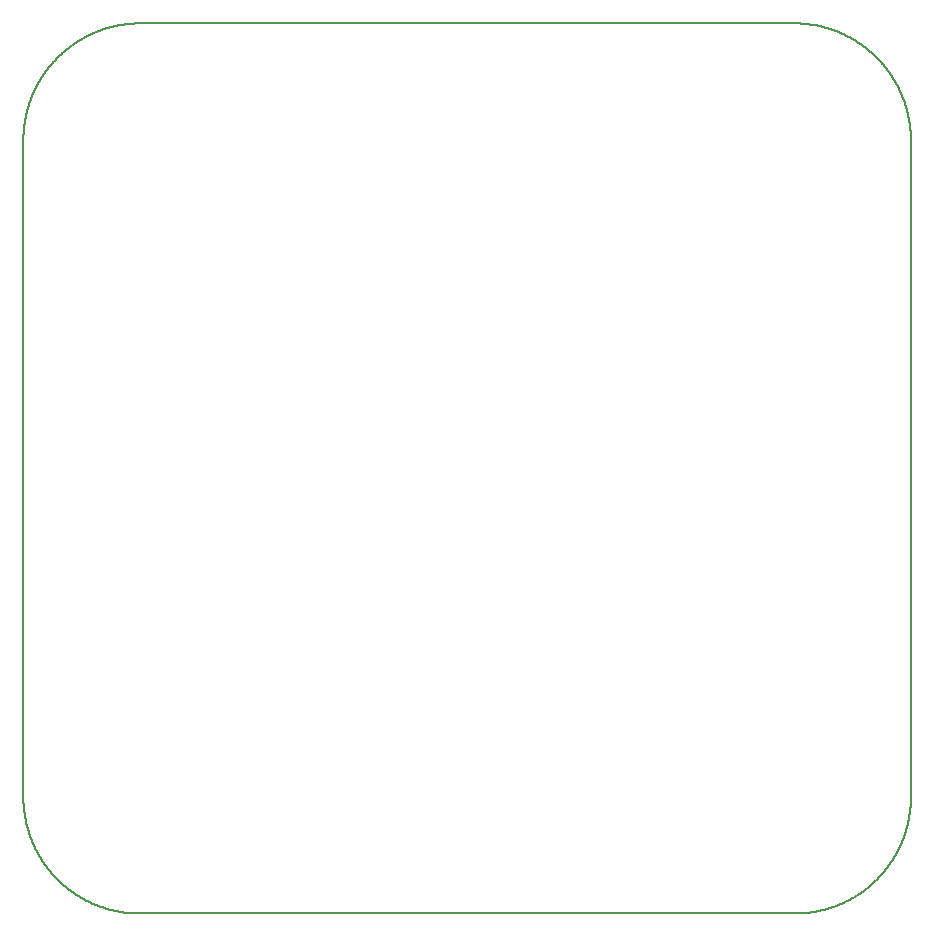
<source format=gm1>
G04 MADE WITH FRITZING*
G04 WWW.FRITZING.ORG*
G04 DOUBLE SIDED*
G04 HOLES PLATED*
G04 CONTOUR ON CENTER OF CONTOUR VECTOR*
%ASAXBY*%
%FSLAX23Y23*%
%MOIN*%
%OFA0B0*%
%SFA1.0B1.0*%
%ADD10C,0.008*%
%LNCONTOUR*%
G90*
G70*
G54D10*
X368Y2969D02*
X369Y2969D01*
X370Y2969D01*
X371Y2969D01*
X372Y2969D01*
X373Y2969D01*
X374Y2969D01*
X375Y2969D01*
X376Y2969D01*
X377Y2969D01*
X378Y2969D01*
X379Y2969D01*
X380Y2969D01*
X381Y2969D01*
X382Y2969D01*
X383Y2969D01*
X384Y2969D01*
X385Y2969D01*
X386Y2969D01*
X387Y2969D01*
X388Y2969D01*
X389Y2969D01*
X390Y2969D01*
X391Y2969D01*
X392Y2969D01*
X393Y2969D01*
X394Y2969D01*
X395Y2969D01*
X396Y2969D01*
X397Y2969D01*
X398Y2969D01*
X399Y2969D01*
X400Y2969D01*
X401Y2969D01*
X402Y2969D01*
X403Y2969D01*
X404Y2969D01*
X405Y2969D01*
X406Y2969D01*
X407Y2969D01*
X408Y2969D01*
X409Y2969D01*
X410Y2969D01*
X411Y2969D01*
X412Y2969D01*
X413Y2969D01*
X414Y2969D01*
X415Y2969D01*
X416Y2969D01*
X417Y2969D01*
X418Y2969D01*
X419Y2969D01*
X420Y2969D01*
X421Y2969D01*
X422Y2969D01*
X423Y2969D01*
X424Y2969D01*
X425Y2969D01*
X426Y2969D01*
X427Y2969D01*
X428Y2969D01*
X429Y2969D01*
X430Y2969D01*
X431Y2969D01*
X432Y2969D01*
X433Y2969D01*
X434Y2969D01*
X435Y2969D01*
X436Y2969D01*
X437Y2969D01*
X438Y2969D01*
X439Y2969D01*
X440Y2969D01*
X441Y2969D01*
X442Y2969D01*
X443Y2969D01*
X444Y2969D01*
X445Y2969D01*
X446Y2969D01*
X447Y2969D01*
X448Y2969D01*
X449Y2969D01*
X450Y2969D01*
X451Y2969D01*
X452Y2969D01*
X453Y2969D01*
X454Y2969D01*
X455Y2969D01*
X456Y2969D01*
X457Y2969D01*
X458Y2969D01*
X459Y2969D01*
X460Y2969D01*
X461Y2969D01*
X462Y2969D01*
X463Y2969D01*
X464Y2969D01*
X465Y2969D01*
X466Y2969D01*
X467Y2969D01*
X468Y2969D01*
X469Y2969D01*
X470Y2969D01*
X471Y2969D01*
X472Y2969D01*
X473Y2969D01*
X474Y2969D01*
X475Y2969D01*
X476Y2969D01*
X477Y2969D01*
X478Y2969D01*
X479Y2969D01*
X480Y2969D01*
X481Y2969D01*
X482Y2969D01*
X483Y2969D01*
X484Y2969D01*
X485Y2969D01*
X486Y2969D01*
X487Y2969D01*
X488Y2969D01*
X489Y2969D01*
X490Y2969D01*
X491Y2969D01*
X492Y2969D01*
X493Y2969D01*
X494Y2969D01*
X495Y2969D01*
X496Y2969D01*
X497Y2969D01*
X498Y2969D01*
X499Y2969D01*
X500Y2969D01*
X501Y2969D01*
X502Y2969D01*
X503Y2969D01*
X504Y2969D01*
X505Y2969D01*
X506Y2969D01*
X507Y2969D01*
X508Y2969D01*
X509Y2969D01*
X510Y2969D01*
X511Y2969D01*
X512Y2969D01*
X513Y2969D01*
X514Y2969D01*
X515Y2969D01*
X516Y2969D01*
X517Y2969D01*
X518Y2969D01*
X519Y2969D01*
X520Y2969D01*
X521Y2969D01*
X522Y2969D01*
X523Y2969D01*
X524Y2969D01*
X525Y2969D01*
X526Y2969D01*
X527Y2969D01*
X528Y2969D01*
X529Y2969D01*
X530Y2969D01*
X531Y2969D01*
X532Y2969D01*
X533Y2969D01*
X534Y2969D01*
X535Y2969D01*
X536Y2969D01*
X537Y2969D01*
X538Y2969D01*
X539Y2969D01*
X540Y2969D01*
X541Y2969D01*
X542Y2969D01*
X543Y2969D01*
X544Y2969D01*
X545Y2969D01*
X546Y2969D01*
X547Y2969D01*
X548Y2969D01*
X549Y2969D01*
X550Y2969D01*
X551Y2969D01*
X552Y2969D01*
X553Y2969D01*
X554Y2969D01*
X555Y2969D01*
X556Y2969D01*
X557Y2969D01*
X558Y2969D01*
X559Y2969D01*
X560Y2969D01*
X561Y2969D01*
X562Y2969D01*
X563Y2969D01*
X564Y2969D01*
X565Y2969D01*
X566Y2969D01*
X567Y2969D01*
X568Y2969D01*
X569Y2969D01*
X570Y2969D01*
X571Y2969D01*
X572Y2969D01*
X573Y2969D01*
X574Y2969D01*
X575Y2969D01*
X576Y2969D01*
X577Y2969D01*
X578Y2969D01*
X579Y2969D01*
X580Y2969D01*
X581Y2969D01*
X582Y2969D01*
X583Y2969D01*
X584Y2969D01*
X585Y2969D01*
X586Y2969D01*
X587Y2969D01*
X588Y2969D01*
X589Y2969D01*
X590Y2969D01*
X591Y2969D01*
X592Y2969D01*
X593Y2969D01*
X594Y2969D01*
X595Y2969D01*
X596Y2969D01*
X597Y2969D01*
X598Y2969D01*
X599Y2969D01*
X600Y2969D01*
X601Y2969D01*
X602Y2969D01*
X603Y2969D01*
X604Y2969D01*
X605Y2969D01*
X606Y2969D01*
X607Y2969D01*
X608Y2969D01*
X609Y2969D01*
X610Y2969D01*
X611Y2969D01*
X612Y2969D01*
X613Y2969D01*
X614Y2969D01*
X615Y2969D01*
X616Y2969D01*
X617Y2969D01*
X618Y2969D01*
X619Y2969D01*
X620Y2969D01*
X621Y2969D01*
X622Y2969D01*
X623Y2969D01*
X624Y2969D01*
X625Y2969D01*
X626Y2969D01*
X627Y2969D01*
X628Y2969D01*
X629Y2969D01*
X630Y2969D01*
X631Y2969D01*
X632Y2969D01*
X633Y2969D01*
X634Y2969D01*
X635Y2969D01*
X636Y2969D01*
X637Y2969D01*
X638Y2969D01*
X639Y2969D01*
X640Y2969D01*
X641Y2969D01*
X642Y2969D01*
X643Y2969D01*
X644Y2969D01*
X645Y2969D01*
X646Y2969D01*
X647Y2969D01*
X648Y2969D01*
X649Y2969D01*
X650Y2969D01*
X651Y2969D01*
X652Y2969D01*
X653Y2969D01*
X654Y2969D01*
X655Y2969D01*
X656Y2969D01*
X657Y2969D01*
X658Y2969D01*
X659Y2969D01*
X660Y2969D01*
X661Y2969D01*
X662Y2969D01*
X663Y2969D01*
X664Y2969D01*
X665Y2969D01*
X666Y2969D01*
X667Y2969D01*
X668Y2969D01*
X669Y2969D01*
X670Y2969D01*
X671Y2969D01*
X672Y2969D01*
X673Y2969D01*
X674Y2969D01*
X675Y2969D01*
X676Y2969D01*
X677Y2969D01*
X678Y2969D01*
X679Y2969D01*
X680Y2969D01*
X681Y2969D01*
X682Y2969D01*
X683Y2969D01*
X684Y2969D01*
X685Y2969D01*
X686Y2969D01*
X687Y2969D01*
X688Y2969D01*
X689Y2969D01*
X690Y2969D01*
X691Y2969D01*
X692Y2969D01*
X693Y2969D01*
X694Y2969D01*
X695Y2969D01*
X696Y2969D01*
X697Y2969D01*
X698Y2969D01*
X699Y2969D01*
X700Y2969D01*
X701Y2969D01*
X702Y2969D01*
X703Y2969D01*
X704Y2969D01*
X705Y2969D01*
X706Y2969D01*
X707Y2969D01*
X708Y2969D01*
X709Y2969D01*
X710Y2969D01*
X711Y2969D01*
X712Y2969D01*
X713Y2969D01*
X714Y2969D01*
X715Y2969D01*
X716Y2969D01*
X717Y2969D01*
X718Y2969D01*
X719Y2969D01*
X720Y2969D01*
X721Y2969D01*
X722Y2969D01*
X723Y2969D01*
X724Y2969D01*
X725Y2969D01*
X726Y2969D01*
X727Y2969D01*
X728Y2969D01*
X729Y2969D01*
X730Y2969D01*
X731Y2969D01*
X732Y2969D01*
X733Y2969D01*
X734Y2969D01*
X735Y2969D01*
X736Y2969D01*
X737Y2969D01*
X738Y2969D01*
X739Y2969D01*
X740Y2969D01*
X741Y2969D01*
X742Y2969D01*
X743Y2969D01*
X744Y2969D01*
X745Y2969D01*
X746Y2969D01*
X747Y2969D01*
X748Y2969D01*
X749Y2969D01*
X750Y2969D01*
X751Y2969D01*
X752Y2969D01*
X753Y2969D01*
X754Y2969D01*
X755Y2969D01*
X756Y2969D01*
X757Y2969D01*
X758Y2969D01*
X759Y2969D01*
X760Y2969D01*
X761Y2969D01*
X762Y2969D01*
X763Y2969D01*
X764Y2969D01*
X765Y2969D01*
X766Y2969D01*
X767Y2969D01*
X768Y2969D01*
X769Y2969D01*
X770Y2969D01*
X771Y2969D01*
X772Y2969D01*
X773Y2969D01*
X774Y2969D01*
X775Y2969D01*
X776Y2969D01*
X777Y2969D01*
X778Y2969D01*
X779Y2969D01*
X780Y2969D01*
X781Y2969D01*
X782Y2969D01*
X783Y2969D01*
X784Y2969D01*
X785Y2969D01*
X786Y2969D01*
X787Y2969D01*
X788Y2969D01*
X789Y2969D01*
X790Y2969D01*
X791Y2969D01*
X792Y2969D01*
X793Y2969D01*
X794Y2969D01*
X795Y2969D01*
X796Y2969D01*
X797Y2969D01*
X798Y2969D01*
X799Y2969D01*
X800Y2969D01*
X801Y2969D01*
X802Y2969D01*
X803Y2969D01*
X804Y2969D01*
X805Y2969D01*
X806Y2969D01*
X807Y2969D01*
X808Y2969D01*
X809Y2969D01*
X810Y2969D01*
X811Y2969D01*
X812Y2969D01*
X813Y2969D01*
X814Y2969D01*
X815Y2969D01*
X816Y2969D01*
X817Y2969D01*
X818Y2969D01*
X819Y2969D01*
X820Y2969D01*
X821Y2969D01*
X822Y2969D01*
X823Y2969D01*
X824Y2969D01*
X825Y2969D01*
X826Y2969D01*
X827Y2969D01*
X828Y2969D01*
X829Y2969D01*
X830Y2969D01*
X831Y2969D01*
X832Y2969D01*
X833Y2969D01*
X834Y2969D01*
X835Y2969D01*
X836Y2969D01*
X837Y2969D01*
X838Y2969D01*
X839Y2969D01*
X840Y2969D01*
X841Y2969D01*
X842Y2969D01*
X843Y2969D01*
X844Y2969D01*
X845Y2969D01*
X846Y2969D01*
X847Y2969D01*
X848Y2969D01*
X849Y2969D01*
X850Y2969D01*
X851Y2969D01*
X852Y2969D01*
X853Y2969D01*
X854Y2969D01*
X855Y2969D01*
X856Y2969D01*
X857Y2969D01*
X858Y2969D01*
X859Y2969D01*
X860Y2969D01*
X861Y2969D01*
X862Y2969D01*
X863Y2969D01*
X864Y2969D01*
X865Y2969D01*
X866Y2969D01*
X867Y2969D01*
X868Y2969D01*
X869Y2969D01*
X870Y2969D01*
X871Y2969D01*
X872Y2969D01*
X873Y2969D01*
X874Y2969D01*
X875Y2969D01*
X876Y2969D01*
X877Y2969D01*
X878Y2969D01*
X879Y2969D01*
X880Y2969D01*
X881Y2969D01*
X882Y2969D01*
X883Y2969D01*
X884Y2969D01*
X885Y2969D01*
X886Y2969D01*
X887Y2969D01*
X888Y2969D01*
X889Y2969D01*
X890Y2969D01*
X891Y2969D01*
X892Y2969D01*
X893Y2969D01*
X894Y2969D01*
X895Y2969D01*
X896Y2969D01*
X897Y2969D01*
X898Y2969D01*
X899Y2969D01*
X900Y2969D01*
X901Y2969D01*
X902Y2969D01*
X903Y2969D01*
X904Y2969D01*
X905Y2969D01*
X906Y2969D01*
X907Y2969D01*
X908Y2969D01*
X909Y2969D01*
X910Y2969D01*
X911Y2969D01*
X912Y2969D01*
X913Y2969D01*
X914Y2969D01*
X915Y2969D01*
X916Y2969D01*
X917Y2969D01*
X918Y2969D01*
X919Y2969D01*
X920Y2969D01*
X921Y2969D01*
X922Y2969D01*
X923Y2969D01*
X924Y2969D01*
X925Y2969D01*
X926Y2969D01*
X927Y2969D01*
X928Y2969D01*
X929Y2969D01*
X930Y2969D01*
X931Y2969D01*
X932Y2969D01*
X933Y2969D01*
X934Y2969D01*
X935Y2969D01*
X936Y2969D01*
X937Y2969D01*
X938Y2969D01*
X939Y2969D01*
X940Y2969D01*
X941Y2969D01*
X942Y2969D01*
X943Y2969D01*
X944Y2969D01*
X945Y2969D01*
X946Y2969D01*
X947Y2969D01*
X948Y2969D01*
X949Y2969D01*
X950Y2969D01*
X951Y2969D01*
X952Y2969D01*
X953Y2969D01*
X954Y2969D01*
X955Y2969D01*
X956Y2969D01*
X957Y2969D01*
X958Y2969D01*
X959Y2969D01*
X960Y2969D01*
X961Y2969D01*
X962Y2969D01*
X963Y2969D01*
X964Y2969D01*
X965Y2969D01*
X966Y2969D01*
X967Y2969D01*
X968Y2969D01*
X969Y2969D01*
X970Y2969D01*
X971Y2969D01*
X972Y2969D01*
X973Y2969D01*
X974Y2969D01*
X975Y2969D01*
X976Y2969D01*
X977Y2969D01*
X978Y2969D01*
X979Y2969D01*
X980Y2969D01*
X981Y2969D01*
X982Y2969D01*
X983Y2969D01*
X984Y2969D01*
X985Y2969D01*
X986Y2969D01*
X987Y2969D01*
X988Y2969D01*
X989Y2969D01*
X990Y2969D01*
X991Y2969D01*
X992Y2969D01*
X993Y2969D01*
X994Y2969D01*
X995Y2969D01*
X996Y2969D01*
X997Y2969D01*
X998Y2969D01*
X999Y2969D01*
X1000Y2969D01*
X1001Y2969D01*
X1002Y2969D01*
X1003Y2969D01*
X1004Y2969D01*
X1005Y2969D01*
X1006Y2969D01*
X1007Y2969D01*
X1008Y2969D01*
X1009Y2969D01*
X1010Y2969D01*
X1011Y2969D01*
X1012Y2969D01*
X1013Y2969D01*
X1014Y2969D01*
X1015Y2969D01*
X1016Y2969D01*
X1017Y2969D01*
X1018Y2969D01*
X1019Y2969D01*
X1020Y2969D01*
X1021Y2969D01*
X1022Y2969D01*
X1023Y2969D01*
X1024Y2969D01*
X1025Y2969D01*
X1026Y2969D01*
X1027Y2969D01*
X1028Y2969D01*
X1029Y2969D01*
X1030Y2969D01*
X1031Y2969D01*
X1032Y2969D01*
X1033Y2969D01*
X1034Y2969D01*
X1035Y2969D01*
X1036Y2969D01*
X1037Y2969D01*
X1038Y2969D01*
X1039Y2969D01*
X1040Y2969D01*
X1041Y2969D01*
X1042Y2969D01*
X1043Y2969D01*
X1044Y2969D01*
X1045Y2969D01*
X1046Y2969D01*
X1047Y2969D01*
X1048Y2969D01*
X1049Y2969D01*
X1050Y2969D01*
X1051Y2969D01*
X1052Y2969D01*
X1053Y2969D01*
X1054Y2969D01*
X1055Y2969D01*
X1056Y2969D01*
X1057Y2969D01*
X1058Y2969D01*
X1059Y2969D01*
X1060Y2969D01*
X1061Y2969D01*
X1062Y2969D01*
X1063Y2969D01*
X1064Y2969D01*
X1065Y2969D01*
X1066Y2969D01*
X1067Y2969D01*
X1068Y2969D01*
X1069Y2969D01*
X1070Y2969D01*
X1071Y2969D01*
X1072Y2969D01*
X1073Y2969D01*
X1074Y2969D01*
X1075Y2969D01*
X1076Y2969D01*
X1077Y2969D01*
X1078Y2969D01*
X1079Y2969D01*
X1080Y2969D01*
X1081Y2969D01*
X1082Y2969D01*
X1083Y2969D01*
X1084Y2969D01*
X1085Y2969D01*
X1086Y2969D01*
X1087Y2969D01*
X1088Y2969D01*
X1089Y2969D01*
X1090Y2969D01*
X1091Y2969D01*
X1092Y2969D01*
X1093Y2969D01*
X1094Y2969D01*
X1095Y2969D01*
X1096Y2969D01*
X1097Y2969D01*
X1098Y2969D01*
X1099Y2969D01*
X1100Y2969D01*
X1101Y2969D01*
X1102Y2969D01*
X1103Y2969D01*
X1104Y2969D01*
X1105Y2969D01*
X1106Y2969D01*
X1107Y2969D01*
X1108Y2969D01*
X1109Y2969D01*
X1110Y2969D01*
X1111Y2969D01*
X1112Y2969D01*
X1113Y2969D01*
X1114Y2969D01*
X1115Y2969D01*
X1116Y2969D01*
X1117Y2969D01*
X1118Y2969D01*
X1119Y2969D01*
X1120Y2969D01*
X1121Y2969D01*
X1122Y2969D01*
X1123Y2969D01*
X1124Y2969D01*
X1125Y2969D01*
X1126Y2969D01*
X1127Y2969D01*
X1128Y2969D01*
X1129Y2969D01*
X1130Y2969D01*
X1131Y2969D01*
X1132Y2969D01*
X1133Y2969D01*
X1134Y2969D01*
X1135Y2969D01*
X1136Y2969D01*
X1137Y2969D01*
X1138Y2969D01*
X1139Y2969D01*
X1140Y2969D01*
X1141Y2969D01*
X1142Y2969D01*
X1143Y2969D01*
X1144Y2969D01*
X1145Y2969D01*
X1146Y2969D01*
X1147Y2969D01*
X1148Y2969D01*
X1149Y2969D01*
X1150Y2969D01*
X1151Y2969D01*
X1152Y2969D01*
X1153Y2969D01*
X1154Y2969D01*
X1155Y2969D01*
X1156Y2969D01*
X1157Y2969D01*
X1158Y2969D01*
X1159Y2969D01*
X1160Y2969D01*
X1161Y2969D01*
X1162Y2969D01*
X1163Y2969D01*
X1164Y2969D01*
X1165Y2969D01*
X1166Y2969D01*
X1167Y2969D01*
X1168Y2969D01*
X1169Y2969D01*
X1170Y2969D01*
X1171Y2969D01*
X1172Y2969D01*
X1173Y2969D01*
X1174Y2969D01*
X1175Y2969D01*
X1176Y2969D01*
X1177Y2969D01*
X1178Y2969D01*
X1179Y2969D01*
X1180Y2969D01*
X1181Y2969D01*
X1182Y2969D01*
X1183Y2969D01*
X1184Y2969D01*
X1185Y2969D01*
X1186Y2969D01*
X1187Y2969D01*
X1188Y2969D01*
X1189Y2969D01*
X1190Y2969D01*
X1191Y2969D01*
X1192Y2969D01*
X1193Y2969D01*
X1194Y2969D01*
X1195Y2969D01*
X1196Y2969D01*
X1197Y2969D01*
X1198Y2969D01*
X1199Y2969D01*
X1200Y2969D01*
X1201Y2969D01*
X1202Y2969D01*
X1203Y2969D01*
X1204Y2969D01*
X1205Y2969D01*
X1206Y2969D01*
X1207Y2969D01*
X1208Y2969D01*
X1209Y2969D01*
X1210Y2969D01*
X1211Y2969D01*
X1212Y2969D01*
X1213Y2969D01*
X1214Y2969D01*
X1215Y2969D01*
X1216Y2969D01*
X1217Y2969D01*
X1218Y2969D01*
X1219Y2969D01*
X1220Y2969D01*
X1221Y2969D01*
X1222Y2969D01*
X1223Y2969D01*
X1224Y2969D01*
X1225Y2969D01*
X1226Y2969D01*
X1227Y2969D01*
X1228Y2969D01*
X1229Y2969D01*
X1230Y2969D01*
X1231Y2969D01*
X1232Y2969D01*
X1233Y2969D01*
X1234Y2969D01*
X1235Y2969D01*
X1236Y2969D01*
X1237Y2969D01*
X1238Y2969D01*
X1239Y2969D01*
X1240Y2969D01*
X1241Y2969D01*
X1242Y2969D01*
X1243Y2969D01*
X1244Y2969D01*
X1245Y2969D01*
X1246Y2969D01*
X1247Y2969D01*
X1248Y2969D01*
X1249Y2969D01*
X1250Y2969D01*
X1251Y2969D01*
X1252Y2969D01*
X1253Y2969D01*
X1254Y2969D01*
X1255Y2969D01*
X1256Y2969D01*
X1257Y2969D01*
X1258Y2969D01*
X1259Y2969D01*
X1260Y2969D01*
X1261Y2969D01*
X1262Y2969D01*
X1263Y2969D01*
X1264Y2969D01*
X1265Y2969D01*
X1266Y2969D01*
X1267Y2969D01*
X1268Y2969D01*
X1269Y2969D01*
X1270Y2969D01*
X1271Y2969D01*
X1272Y2969D01*
X1273Y2969D01*
X1274Y2969D01*
X1275Y2969D01*
X1276Y2969D01*
X1277Y2969D01*
X1278Y2969D01*
X1279Y2969D01*
X1280Y2969D01*
X1281Y2969D01*
X1282Y2969D01*
X1283Y2969D01*
X1284Y2969D01*
X1285Y2969D01*
X1286Y2969D01*
X1287Y2969D01*
X1288Y2969D01*
X1289Y2969D01*
X1290Y2969D01*
X1291Y2969D01*
X1292Y2969D01*
X1293Y2969D01*
X1294Y2969D01*
X1295Y2969D01*
X1296Y2969D01*
X1297Y2969D01*
X1298Y2969D01*
X1299Y2969D01*
X1300Y2969D01*
X1301Y2969D01*
X1302Y2969D01*
X1303Y2969D01*
X1304Y2969D01*
X1305Y2969D01*
X1306Y2969D01*
X1307Y2969D01*
X1308Y2969D01*
X1309Y2969D01*
X1310Y2969D01*
X1311Y2969D01*
X1312Y2969D01*
X1313Y2969D01*
X1314Y2969D01*
X1315Y2969D01*
X1316Y2969D01*
X1317Y2969D01*
X1318Y2969D01*
X1319Y2969D01*
X1320Y2969D01*
X1321Y2969D01*
X1322Y2969D01*
X1323Y2969D01*
X1324Y2969D01*
X1325Y2969D01*
X1326Y2969D01*
X1327Y2969D01*
X1328Y2969D01*
X1329Y2969D01*
X1330Y2969D01*
X1331Y2969D01*
X1332Y2969D01*
X1333Y2969D01*
X1334Y2969D01*
X1335Y2969D01*
X1336Y2969D01*
X1337Y2969D01*
X1338Y2969D01*
X1339Y2969D01*
X1340Y2969D01*
X1341Y2969D01*
X1342Y2969D01*
X1343Y2969D01*
X1344Y2969D01*
X1345Y2969D01*
X1346Y2969D01*
X1347Y2969D01*
X1348Y2969D01*
X1349Y2969D01*
X1350Y2969D01*
X1351Y2969D01*
X1352Y2969D01*
X1353Y2969D01*
X1354Y2969D01*
X1355Y2969D01*
X1356Y2969D01*
X1357Y2969D01*
X1358Y2969D01*
X1359Y2969D01*
X1360Y2969D01*
X1361Y2969D01*
X1362Y2969D01*
X1363Y2969D01*
X1364Y2969D01*
X1365Y2969D01*
X1366Y2969D01*
X1367Y2969D01*
X1368Y2969D01*
X1369Y2969D01*
X1370Y2969D01*
X1371Y2969D01*
X1372Y2969D01*
X1373Y2969D01*
X1374Y2969D01*
X1375Y2969D01*
X1376Y2969D01*
X1377Y2969D01*
X1378Y2969D01*
X1379Y2969D01*
X1380Y2969D01*
X1381Y2969D01*
X1382Y2969D01*
X1383Y2969D01*
X1384Y2969D01*
X1385Y2969D01*
X1386Y2969D01*
X1387Y2969D01*
X1388Y2969D01*
X1389Y2969D01*
X1390Y2969D01*
X1391Y2969D01*
X1392Y2969D01*
X1393Y2969D01*
X1394Y2969D01*
X1395Y2969D01*
X1396Y2969D01*
X1397Y2969D01*
X1398Y2969D01*
X1399Y2969D01*
X1400Y2969D01*
X1401Y2969D01*
X1402Y2969D01*
X1403Y2969D01*
X1404Y2969D01*
X1405Y2969D01*
X1406Y2969D01*
X1407Y2969D01*
X1408Y2969D01*
X1409Y2969D01*
X1410Y2969D01*
X1411Y2969D01*
X1412Y2969D01*
X1413Y2969D01*
X1414Y2969D01*
X1415Y2969D01*
X1416Y2969D01*
X1417Y2969D01*
X1418Y2969D01*
X1419Y2969D01*
X1420Y2969D01*
X1421Y2969D01*
X1422Y2969D01*
X1423Y2969D01*
X1424Y2969D01*
X1425Y2969D01*
X1426Y2969D01*
X1427Y2969D01*
X1428Y2969D01*
X1429Y2969D01*
X1430Y2969D01*
X1431Y2969D01*
X1432Y2969D01*
X1433Y2969D01*
X1434Y2969D01*
X1435Y2969D01*
X1436Y2969D01*
X1437Y2969D01*
X1438Y2969D01*
X1439Y2969D01*
X1440Y2969D01*
X1441Y2969D01*
X1442Y2969D01*
X1443Y2969D01*
X1444Y2969D01*
X1445Y2969D01*
X1446Y2969D01*
X1447Y2969D01*
X1448Y2969D01*
X1449Y2969D01*
X1450Y2969D01*
X1451Y2969D01*
X1452Y2969D01*
X1453Y2969D01*
X1454Y2969D01*
X1455Y2969D01*
X1456Y2969D01*
X1457Y2969D01*
X1458Y2969D01*
X1459Y2969D01*
X1460Y2969D01*
X1461Y2969D01*
X1462Y2969D01*
X1463Y2969D01*
X1464Y2969D01*
X1465Y2969D01*
X1466Y2969D01*
X1467Y2969D01*
X1468Y2969D01*
X1469Y2969D01*
X1470Y2969D01*
X1471Y2969D01*
X1472Y2969D01*
X1473Y2969D01*
X1474Y2969D01*
X1475Y2969D01*
X1476Y2969D01*
X1477Y2969D01*
X1478Y2969D01*
X1479Y2969D01*
X1480Y2969D01*
X1481Y2969D01*
X1482Y2969D01*
X1483Y2969D01*
X1484Y2969D01*
X1485Y2969D01*
X1486Y2969D01*
X1487Y2969D01*
X1488Y2969D01*
X1489Y2969D01*
X1490Y2969D01*
X1491Y2969D01*
X1492Y2969D01*
X1493Y2969D01*
X1494Y2969D01*
X1495Y2969D01*
X1496Y2969D01*
X1497Y2969D01*
X1498Y2969D01*
X1499Y2969D01*
X1500Y2969D01*
X1501Y2969D01*
X1502Y2969D01*
X1503Y2969D01*
X1504Y2969D01*
X1505Y2969D01*
X1506Y2969D01*
X1507Y2969D01*
X1508Y2969D01*
X1509Y2969D01*
X1510Y2969D01*
X1511Y2969D01*
X1512Y2969D01*
X1513Y2969D01*
X1514Y2969D01*
X1515Y2969D01*
X1516Y2969D01*
X1517Y2969D01*
X1518Y2969D01*
X1519Y2969D01*
X1520Y2969D01*
X1521Y2969D01*
X1522Y2969D01*
X1523Y2969D01*
X1524Y2969D01*
X1525Y2969D01*
X1526Y2969D01*
X1527Y2969D01*
X1528Y2969D01*
X1529Y2969D01*
X1530Y2969D01*
X1531Y2969D01*
X1532Y2969D01*
X1533Y2969D01*
X1534Y2969D01*
X1535Y2969D01*
X1536Y2969D01*
X1537Y2969D01*
X1538Y2969D01*
X1539Y2969D01*
X1540Y2969D01*
X1541Y2969D01*
X1542Y2969D01*
X1543Y2969D01*
X1544Y2969D01*
X1545Y2969D01*
X1546Y2969D01*
X1547Y2969D01*
X1548Y2969D01*
X1549Y2969D01*
X1550Y2969D01*
X1551Y2969D01*
X1552Y2969D01*
X1553Y2969D01*
X1554Y2969D01*
X1555Y2969D01*
X1556Y2969D01*
X1557Y2969D01*
X1558Y2969D01*
X1559Y2969D01*
X1560Y2969D01*
X1561Y2969D01*
X1562Y2969D01*
X1563Y2969D01*
X1564Y2969D01*
X1565Y2969D01*
X1566Y2969D01*
X1567Y2969D01*
X1568Y2969D01*
X1569Y2969D01*
X1570Y2969D01*
X1571Y2969D01*
X1572Y2969D01*
X1573Y2969D01*
X1574Y2969D01*
X1575Y2969D01*
X1576Y2969D01*
X1577Y2969D01*
X1578Y2969D01*
X1579Y2969D01*
X1580Y2969D01*
X1581Y2969D01*
X1582Y2969D01*
X1583Y2969D01*
X1584Y2969D01*
X1585Y2969D01*
X1586Y2969D01*
X1587Y2969D01*
X1588Y2969D01*
X1589Y2969D01*
X1590Y2969D01*
X1591Y2969D01*
X1592Y2969D01*
X1593Y2969D01*
X1594Y2969D01*
X1595Y2969D01*
X1596Y2969D01*
X1597Y2969D01*
X1598Y2969D01*
X1599Y2969D01*
X1600Y2969D01*
X1601Y2969D01*
X1602Y2969D01*
X1603Y2969D01*
X1604Y2969D01*
X1605Y2969D01*
X1606Y2969D01*
X1607Y2969D01*
X1608Y2969D01*
X1609Y2969D01*
X1610Y2969D01*
X1611Y2969D01*
X1612Y2969D01*
X1613Y2969D01*
X1614Y2969D01*
X1615Y2969D01*
X1616Y2969D01*
X1617Y2969D01*
X1618Y2969D01*
X1619Y2969D01*
X1620Y2969D01*
X1621Y2969D01*
X1622Y2969D01*
X1623Y2969D01*
X1624Y2969D01*
X1625Y2969D01*
X1626Y2969D01*
X1627Y2969D01*
X1628Y2969D01*
X1629Y2969D01*
X1630Y2969D01*
X1631Y2969D01*
X1632Y2969D01*
X1633Y2969D01*
X1634Y2969D01*
X1635Y2969D01*
X1636Y2969D01*
X1637Y2969D01*
X1638Y2969D01*
X1639Y2969D01*
X1640Y2969D01*
X1641Y2969D01*
X1642Y2969D01*
X1643Y2969D01*
X1644Y2969D01*
X1645Y2969D01*
X1646Y2969D01*
X1647Y2969D01*
X1648Y2969D01*
X1649Y2969D01*
X1650Y2969D01*
X1651Y2969D01*
X1652Y2969D01*
X1653Y2969D01*
X1654Y2969D01*
X1655Y2969D01*
X1656Y2969D01*
X1657Y2969D01*
X1658Y2969D01*
X1659Y2969D01*
X1660Y2969D01*
X1661Y2969D01*
X1662Y2969D01*
X1663Y2969D01*
X1664Y2969D01*
X1665Y2969D01*
X1666Y2969D01*
X1667Y2969D01*
X1668Y2969D01*
X1669Y2969D01*
X1670Y2969D01*
X1671Y2969D01*
X1672Y2969D01*
X1673Y2969D01*
X1674Y2969D01*
X1675Y2969D01*
X1676Y2969D01*
X1677Y2969D01*
X1678Y2969D01*
X1679Y2969D01*
X1680Y2969D01*
X1681Y2969D01*
X1682Y2969D01*
X1683Y2969D01*
X1684Y2969D01*
X1685Y2969D01*
X1686Y2969D01*
X1687Y2969D01*
X1688Y2969D01*
X1689Y2969D01*
X1690Y2969D01*
X1691Y2969D01*
X1692Y2969D01*
X1693Y2969D01*
X1694Y2969D01*
X1695Y2969D01*
X1696Y2969D01*
X1697Y2969D01*
X1698Y2969D01*
X1699Y2969D01*
X1700Y2969D01*
X1701Y2969D01*
X1702Y2969D01*
X1703Y2969D01*
X1704Y2969D01*
X1705Y2969D01*
X1706Y2969D01*
X1707Y2969D01*
X1708Y2969D01*
X1709Y2969D01*
X1710Y2969D01*
X1711Y2969D01*
X1712Y2969D01*
X1713Y2969D01*
X1714Y2969D01*
X1715Y2969D01*
X1716Y2969D01*
X1717Y2969D01*
X1718Y2969D01*
X1719Y2969D01*
X1720Y2969D01*
X1721Y2969D01*
X1722Y2969D01*
X1723Y2969D01*
X1724Y2969D01*
X1725Y2969D01*
X1726Y2969D01*
X1727Y2969D01*
X1728Y2969D01*
X1729Y2969D01*
X1730Y2969D01*
X1731Y2969D01*
X1732Y2969D01*
X1733Y2969D01*
X1734Y2969D01*
X1735Y2969D01*
X1736Y2969D01*
X1737Y2969D01*
X1738Y2969D01*
X1739Y2969D01*
X1740Y2969D01*
X1741Y2969D01*
X1742Y2969D01*
X1743Y2969D01*
X1744Y2969D01*
X1745Y2969D01*
X1746Y2969D01*
X1747Y2969D01*
X1748Y2969D01*
X1749Y2969D01*
X1750Y2969D01*
X1751Y2969D01*
X1752Y2969D01*
X1753Y2969D01*
X1754Y2969D01*
X1755Y2969D01*
X1756Y2969D01*
X1757Y2969D01*
X1758Y2969D01*
X1759Y2969D01*
X1760Y2969D01*
X1761Y2969D01*
X1762Y2969D01*
X1763Y2969D01*
X1764Y2969D01*
X1765Y2969D01*
X1766Y2969D01*
X1767Y2969D01*
X1768Y2969D01*
X1769Y2969D01*
X1770Y2969D01*
X1771Y2969D01*
X1772Y2969D01*
X1773Y2969D01*
X1774Y2969D01*
X1775Y2969D01*
X1776Y2969D01*
X1777Y2969D01*
X1778Y2969D01*
X1779Y2969D01*
X1780Y2969D01*
X1781Y2969D01*
X1782Y2969D01*
X1783Y2969D01*
X1784Y2969D01*
X1785Y2969D01*
X1786Y2969D01*
X1787Y2969D01*
X1788Y2969D01*
X1789Y2969D01*
X1790Y2969D01*
X1791Y2969D01*
X1792Y2969D01*
X1793Y2969D01*
X1794Y2969D01*
X1795Y2969D01*
X1796Y2969D01*
X1797Y2969D01*
X1798Y2969D01*
X1799Y2969D01*
X1800Y2969D01*
X1801Y2969D01*
X1802Y2969D01*
X1803Y2969D01*
X1804Y2969D01*
X1805Y2969D01*
X1806Y2969D01*
X1807Y2969D01*
X1808Y2969D01*
X1809Y2969D01*
X1810Y2969D01*
X1811Y2969D01*
X1812Y2969D01*
X1813Y2969D01*
X1814Y2969D01*
X1815Y2969D01*
X1816Y2969D01*
X1817Y2969D01*
X1818Y2969D01*
X1819Y2969D01*
X1820Y2969D01*
X1821Y2969D01*
X1822Y2969D01*
X1823Y2969D01*
X1824Y2969D01*
X1825Y2969D01*
X1826Y2969D01*
X1827Y2969D01*
X1828Y2969D01*
X1829Y2969D01*
X1830Y2969D01*
X1831Y2969D01*
X1832Y2969D01*
X1833Y2969D01*
X1834Y2969D01*
X1835Y2969D01*
X1836Y2969D01*
X1837Y2969D01*
X1838Y2969D01*
X1839Y2969D01*
X1840Y2969D01*
X1841Y2969D01*
X1842Y2969D01*
X1843Y2969D01*
X1844Y2969D01*
X1845Y2969D01*
X1846Y2969D01*
X1847Y2969D01*
X1848Y2969D01*
X1849Y2969D01*
X1850Y2969D01*
X1851Y2969D01*
X1852Y2969D01*
X1853Y2969D01*
X1854Y2969D01*
X1855Y2969D01*
X1856Y2969D01*
X1857Y2969D01*
X1858Y2969D01*
X1859Y2969D01*
X1860Y2969D01*
X1861Y2969D01*
X1862Y2969D01*
X1863Y2969D01*
X1864Y2969D01*
X1865Y2969D01*
X1866Y2969D01*
X1867Y2969D01*
X1868Y2969D01*
X1869Y2969D01*
X1870Y2969D01*
X1871Y2969D01*
X1872Y2969D01*
X1873Y2969D01*
X1874Y2969D01*
X1875Y2969D01*
X1876Y2969D01*
X1877Y2969D01*
X1878Y2969D01*
X1879Y2969D01*
X1880Y2969D01*
X1881Y2969D01*
X1882Y2969D01*
X1883Y2969D01*
X1884Y2969D01*
X1885Y2969D01*
X1886Y2969D01*
X1887Y2969D01*
X1888Y2969D01*
X1889Y2969D01*
X1890Y2969D01*
X1891Y2969D01*
X1892Y2969D01*
X1893Y2969D01*
X1894Y2969D01*
X1895Y2969D01*
X1896Y2969D01*
X1897Y2969D01*
X1898Y2969D01*
X1899Y2969D01*
X1900Y2969D01*
X1901Y2969D01*
X1902Y2969D01*
X1903Y2969D01*
X1904Y2969D01*
X1905Y2969D01*
X1906Y2969D01*
X1907Y2969D01*
X1908Y2969D01*
X1909Y2969D01*
X1910Y2969D01*
X1911Y2969D01*
X1912Y2969D01*
X1913Y2969D01*
X1914Y2969D01*
X1915Y2969D01*
X1916Y2969D01*
X1917Y2969D01*
X1918Y2969D01*
X1919Y2969D01*
X1920Y2969D01*
X1921Y2969D01*
X1922Y2969D01*
X1923Y2969D01*
X1924Y2969D01*
X1925Y2969D01*
X1926Y2969D01*
X1927Y2969D01*
X1928Y2969D01*
X1929Y2969D01*
X1930Y2969D01*
X1931Y2969D01*
X1932Y2969D01*
X1933Y2969D01*
X1934Y2969D01*
X1935Y2969D01*
X1936Y2969D01*
X1937Y2969D01*
X1938Y2969D01*
X1939Y2969D01*
X1940Y2969D01*
X1941Y2969D01*
X1942Y2969D01*
X1943Y2969D01*
X1944Y2969D01*
X1945Y2969D01*
X1946Y2969D01*
X1947Y2969D01*
X1948Y2969D01*
X1949Y2969D01*
X1950Y2969D01*
X1951Y2969D01*
X1952Y2969D01*
X1953Y2969D01*
X1954Y2969D01*
X1955Y2969D01*
X1956Y2969D01*
X1957Y2969D01*
X1958Y2969D01*
X1959Y2969D01*
X1960Y2969D01*
X1961Y2969D01*
X1962Y2969D01*
X1963Y2969D01*
X1964Y2969D01*
X1965Y2969D01*
X1966Y2969D01*
X1967Y2969D01*
X1968Y2969D01*
X1969Y2969D01*
X1970Y2969D01*
X1971Y2969D01*
X1972Y2969D01*
X1973Y2969D01*
X1974Y2969D01*
X1975Y2969D01*
X1976Y2969D01*
X1977Y2969D01*
X1978Y2969D01*
X1979Y2969D01*
X1980Y2969D01*
X1981Y2969D01*
X1982Y2969D01*
X1983Y2969D01*
X1984Y2969D01*
X1985Y2969D01*
X1986Y2969D01*
X1987Y2969D01*
X1988Y2969D01*
X1989Y2969D01*
X1990Y2969D01*
X1991Y2969D01*
X1992Y2969D01*
X1993Y2969D01*
X1994Y2969D01*
X1995Y2969D01*
X1996Y2969D01*
X1997Y2969D01*
X1998Y2969D01*
X1999Y2969D01*
X2000Y2969D01*
X2001Y2969D01*
X2002Y2969D01*
X2003Y2969D01*
X2004Y2969D01*
X2005Y2969D01*
X2006Y2969D01*
X2007Y2969D01*
X2008Y2969D01*
X2009Y2969D01*
X2010Y2969D01*
X2011Y2969D01*
X2012Y2969D01*
X2013Y2969D01*
X2014Y2969D01*
X2015Y2969D01*
X2016Y2969D01*
X2017Y2969D01*
X2018Y2969D01*
X2019Y2969D01*
X2020Y2969D01*
X2021Y2969D01*
X2022Y2969D01*
X2023Y2969D01*
X2024Y2969D01*
X2025Y2969D01*
X2026Y2969D01*
X2027Y2969D01*
X2028Y2969D01*
X2029Y2969D01*
X2030Y2969D01*
X2031Y2969D01*
X2032Y2969D01*
X2033Y2969D01*
X2034Y2969D01*
X2035Y2969D01*
X2036Y2969D01*
X2037Y2969D01*
X2038Y2969D01*
X2039Y2969D01*
X2040Y2969D01*
X2041Y2969D01*
X2042Y2969D01*
X2043Y2969D01*
X2044Y2969D01*
X2045Y2969D01*
X2046Y2969D01*
X2047Y2969D01*
X2048Y2969D01*
X2049Y2969D01*
X2050Y2969D01*
X2051Y2969D01*
X2052Y2969D01*
X2053Y2969D01*
X2054Y2969D01*
X2055Y2969D01*
X2056Y2969D01*
X2057Y2969D01*
X2058Y2969D01*
X2059Y2969D01*
X2060Y2969D01*
X2061Y2969D01*
X2062Y2969D01*
X2063Y2969D01*
X2064Y2969D01*
X2065Y2969D01*
X2066Y2969D01*
X2067Y2969D01*
X2068Y2969D01*
X2069Y2969D01*
X2070Y2969D01*
X2071Y2969D01*
X2072Y2969D01*
X2073Y2969D01*
X2074Y2969D01*
X2075Y2969D01*
X2076Y2969D01*
X2077Y2969D01*
X2078Y2969D01*
X2079Y2969D01*
X2080Y2969D01*
X2081Y2969D01*
X2082Y2969D01*
X2083Y2969D01*
X2084Y2969D01*
X2085Y2969D01*
X2086Y2969D01*
X2087Y2969D01*
X2088Y2969D01*
X2089Y2969D01*
X2090Y2969D01*
X2091Y2969D01*
X2092Y2969D01*
X2093Y2969D01*
X2094Y2969D01*
X2095Y2969D01*
X2096Y2969D01*
X2097Y2969D01*
X2098Y2969D01*
X2099Y2969D01*
X2100Y2969D01*
X2101Y2969D01*
X2102Y2969D01*
X2103Y2969D01*
X2104Y2969D01*
X2105Y2969D01*
X2106Y2969D01*
X2107Y2969D01*
X2108Y2969D01*
X2109Y2969D01*
X2110Y2969D01*
X2111Y2969D01*
X2112Y2969D01*
X2113Y2969D01*
X2114Y2969D01*
X2115Y2969D01*
X2116Y2969D01*
X2117Y2969D01*
X2118Y2969D01*
X2119Y2969D01*
X2120Y2969D01*
X2121Y2969D01*
X2122Y2969D01*
X2123Y2969D01*
X2124Y2969D01*
X2125Y2969D01*
X2126Y2969D01*
X2127Y2969D01*
X2128Y2969D01*
X2129Y2969D01*
X2130Y2969D01*
X2131Y2969D01*
X2132Y2969D01*
X2133Y2969D01*
X2134Y2969D01*
X2135Y2969D01*
X2136Y2969D01*
X2137Y2969D01*
X2138Y2969D01*
X2139Y2969D01*
X2140Y2969D01*
X2141Y2969D01*
X2142Y2969D01*
X2143Y2969D01*
X2144Y2969D01*
X2145Y2969D01*
X2146Y2969D01*
X2147Y2969D01*
X2148Y2969D01*
X2149Y2969D01*
X2150Y2969D01*
X2151Y2969D01*
X2152Y2969D01*
X2153Y2969D01*
X2154Y2969D01*
X2155Y2969D01*
X2156Y2969D01*
X2157Y2969D01*
X2158Y2969D01*
X2159Y2969D01*
X2160Y2969D01*
X2161Y2969D01*
X2162Y2969D01*
X2163Y2969D01*
X2164Y2969D01*
X2165Y2969D01*
X2166Y2969D01*
X2167Y2969D01*
X2168Y2969D01*
X2169Y2969D01*
X2170Y2969D01*
X2171Y2969D01*
X2172Y2969D01*
X2173Y2969D01*
X2174Y2969D01*
X2175Y2969D01*
X2176Y2969D01*
X2177Y2969D01*
X2178Y2969D01*
X2179Y2969D01*
X2180Y2969D01*
X2181Y2969D01*
X2182Y2969D01*
X2183Y2969D01*
X2184Y2969D01*
X2185Y2969D01*
X2186Y2969D01*
X2187Y2969D01*
X2188Y2969D01*
X2189Y2969D01*
X2190Y2969D01*
X2191Y2969D01*
X2192Y2969D01*
X2193Y2969D01*
X2194Y2969D01*
X2195Y2969D01*
X2196Y2969D01*
X2197Y2969D01*
X2198Y2969D01*
X2199Y2969D01*
X2200Y2969D01*
X2201Y2969D01*
X2202Y2969D01*
X2203Y2969D01*
X2204Y2969D01*
X2205Y2969D01*
X2206Y2969D01*
X2207Y2969D01*
X2208Y2969D01*
X2209Y2969D01*
X2210Y2969D01*
X2211Y2969D01*
X2212Y2969D01*
X2213Y2969D01*
X2214Y2969D01*
X2215Y2969D01*
X2216Y2969D01*
X2217Y2969D01*
X2218Y2969D01*
X2219Y2969D01*
X2220Y2969D01*
X2221Y2969D01*
X2222Y2969D01*
X2223Y2969D01*
X2224Y2969D01*
X2225Y2969D01*
X2226Y2969D01*
X2227Y2969D01*
X2228Y2969D01*
X2229Y2969D01*
X2230Y2969D01*
X2231Y2969D01*
X2232Y2969D01*
X2233Y2969D01*
X2234Y2969D01*
X2235Y2969D01*
X2236Y2969D01*
X2237Y2969D01*
X2238Y2969D01*
X2239Y2969D01*
X2240Y2969D01*
X2241Y2969D01*
X2242Y2969D01*
X2243Y2969D01*
X2244Y2969D01*
X2245Y2969D01*
X2246Y2969D01*
X2247Y2969D01*
X2248Y2969D01*
X2249Y2969D01*
X2250Y2969D01*
X2251Y2969D01*
X2252Y2969D01*
X2253Y2969D01*
X2254Y2969D01*
X2255Y2969D01*
X2256Y2969D01*
X2257Y2969D01*
X2258Y2969D01*
X2259Y2969D01*
X2260Y2969D01*
X2261Y2969D01*
X2262Y2969D01*
X2263Y2969D01*
X2264Y2969D01*
X2265Y2969D01*
X2266Y2969D01*
X2267Y2969D01*
X2268Y2969D01*
X2269Y2969D01*
X2270Y2969D01*
X2271Y2969D01*
X2272Y2969D01*
X2273Y2969D01*
X2274Y2969D01*
X2275Y2969D01*
X2276Y2969D01*
X2277Y2969D01*
X2278Y2969D01*
X2279Y2969D01*
X2280Y2969D01*
X2281Y2969D01*
X2282Y2969D01*
X2283Y2969D01*
X2284Y2969D01*
X2285Y2969D01*
X2286Y2969D01*
X2287Y2969D01*
X2288Y2969D01*
X2289Y2969D01*
X2290Y2969D01*
X2291Y2969D01*
X2292Y2969D01*
X2293Y2969D01*
X2294Y2969D01*
X2295Y2969D01*
X2296Y2969D01*
X2297Y2969D01*
X2298Y2969D01*
X2299Y2969D01*
X2300Y2969D01*
X2301Y2969D01*
X2302Y2969D01*
X2303Y2969D01*
X2304Y2969D01*
X2305Y2969D01*
X2306Y2969D01*
X2307Y2969D01*
X2308Y2969D01*
X2309Y2969D01*
X2310Y2969D01*
X2311Y2969D01*
X2312Y2969D01*
X2313Y2969D01*
X2314Y2969D01*
X2315Y2969D01*
X2316Y2969D01*
X2317Y2969D01*
X2318Y2969D01*
X2319Y2969D01*
X2320Y2969D01*
X2321Y2969D01*
X2322Y2969D01*
X2323Y2969D01*
X2324Y2969D01*
X2325Y2969D01*
X2326Y2969D01*
X2327Y2969D01*
X2328Y2969D01*
X2329Y2969D01*
X2330Y2969D01*
X2331Y2969D01*
X2332Y2969D01*
X2333Y2969D01*
X2334Y2969D01*
X2335Y2969D01*
X2336Y2969D01*
X2337Y2969D01*
X2338Y2969D01*
X2339Y2969D01*
X2340Y2969D01*
X2341Y2969D01*
X2342Y2969D01*
X2343Y2969D01*
X2344Y2969D01*
X2345Y2969D01*
X2346Y2969D01*
X2347Y2969D01*
X2348Y2969D01*
X2349Y2969D01*
X2350Y2969D01*
X2351Y2969D01*
X2352Y2969D01*
X2353Y2969D01*
X2354Y2969D01*
X2355Y2969D01*
X2356Y2969D01*
X2357Y2969D01*
X2358Y2969D01*
X2359Y2969D01*
X2360Y2969D01*
X2361Y2969D01*
X2362Y2969D01*
X2363Y2969D01*
X2364Y2969D01*
X2365Y2969D01*
X2366Y2969D01*
X2367Y2969D01*
X2368Y2969D01*
X2369Y2969D01*
X2370Y2969D01*
X2371Y2969D01*
X2372Y2969D01*
X2373Y2969D01*
X2374Y2969D01*
X2375Y2969D01*
X2376Y2969D01*
X2377Y2969D01*
X2378Y2969D01*
X2379Y2969D01*
X2380Y2969D01*
X2381Y2969D01*
X2382Y2969D01*
X2383Y2969D01*
X2384Y2969D01*
X2385Y2969D01*
X2386Y2969D01*
X2387Y2969D01*
X2388Y2969D01*
X2389Y2969D01*
X2390Y2969D01*
X2391Y2969D01*
X2392Y2969D01*
X2393Y2969D01*
X2394Y2969D01*
X2395Y2969D01*
X2396Y2969D01*
X2397Y2969D01*
X2398Y2969D01*
X2399Y2969D01*
X2400Y2969D01*
X2401Y2969D01*
X2402Y2969D01*
X2403Y2969D01*
X2404Y2969D01*
X2405Y2969D01*
X2406Y2969D01*
X2407Y2969D01*
X2408Y2969D01*
X2409Y2969D01*
X2410Y2969D01*
X2411Y2969D01*
X2412Y2969D01*
X2413Y2969D01*
X2414Y2969D01*
X2415Y2969D01*
X2416Y2969D01*
X2417Y2969D01*
X2418Y2969D01*
X2419Y2969D01*
X2420Y2969D01*
X2421Y2969D01*
X2422Y2969D01*
X2423Y2969D01*
X2424Y2969D01*
X2425Y2969D01*
X2426Y2969D01*
X2427Y2969D01*
X2428Y2969D01*
X2429Y2969D01*
X2430Y2969D01*
X2431Y2969D01*
X2432Y2969D01*
X2433Y2969D01*
X2434Y2969D01*
X2435Y2969D01*
X2436Y2969D01*
X2437Y2969D01*
X2438Y2969D01*
X2439Y2969D01*
X2440Y2969D01*
X2441Y2969D01*
X2442Y2969D01*
X2443Y2969D01*
X2444Y2969D01*
X2445Y2969D01*
X2446Y2969D01*
X2447Y2969D01*
X2448Y2969D01*
X2449Y2969D01*
X2450Y2969D01*
X2451Y2969D01*
X2452Y2969D01*
X2453Y2969D01*
X2454Y2969D01*
X2455Y2969D01*
X2456Y2969D01*
X2457Y2969D01*
X2458Y2969D01*
X2459Y2969D01*
X2460Y2969D01*
X2461Y2969D01*
X2462Y2969D01*
X2463Y2969D01*
X2464Y2969D01*
X2465Y2969D01*
X2466Y2969D01*
X2467Y2969D01*
X2468Y2969D01*
X2469Y2969D01*
X2470Y2969D01*
X2471Y2969D01*
X2472Y2969D01*
X2473Y2969D01*
X2474Y2969D01*
X2475Y2969D01*
X2476Y2969D01*
X2477Y2969D01*
X2478Y2969D01*
X2479Y2969D01*
X2480Y2969D01*
X2481Y2969D01*
X2482Y2969D01*
X2483Y2969D01*
X2484Y2969D01*
X2485Y2969D01*
X2486Y2969D01*
X2487Y2969D01*
X2488Y2969D01*
X2489Y2969D01*
X2490Y2969D01*
X2491Y2969D01*
X2492Y2969D01*
X2493Y2969D01*
X2494Y2969D01*
X2495Y2969D01*
X2496Y2969D01*
X2497Y2969D01*
X2498Y2969D01*
X2499Y2969D01*
X2500Y2969D01*
X2501Y2969D01*
X2502Y2969D01*
X2503Y2969D01*
X2504Y2969D01*
X2505Y2969D01*
X2506Y2969D01*
X2507Y2969D01*
X2508Y2969D01*
X2509Y2969D01*
X2510Y2969D01*
X2511Y2969D01*
X2512Y2969D01*
X2513Y2969D01*
X2514Y2969D01*
X2515Y2969D01*
X2516Y2969D01*
X2517Y2969D01*
X2518Y2969D01*
X2519Y2969D01*
X2520Y2969D01*
X2521Y2969D01*
X2522Y2969D01*
X2523Y2969D01*
X2524Y2969D01*
X2525Y2969D01*
X2526Y2969D01*
X2527Y2969D01*
X2528Y2969D01*
X2529Y2969D01*
X2530Y2969D01*
X2531Y2969D01*
X2532Y2969D01*
X2533Y2969D01*
X2534Y2969D01*
X2535Y2969D01*
X2536Y2969D01*
X2537Y2969D01*
X2538Y2969D01*
X2539Y2969D01*
X2540Y2969D01*
X2541Y2969D01*
X2542Y2969D01*
X2543Y2969D01*
X2544Y2969D01*
X2545Y2969D01*
X2546Y2969D01*
X2547Y2969D01*
X2548Y2969D01*
X2549Y2969D01*
X2550Y2969D01*
X2551Y2969D01*
X2552Y2969D01*
X2553Y2969D01*
X2554Y2969D01*
X2555Y2969D01*
X2556Y2969D01*
X2557Y2969D01*
X2558Y2969D01*
X2559Y2969D01*
X2560Y2969D01*
X2561Y2969D01*
X2562Y2969D01*
X2563Y2969D01*
X2564Y2969D01*
X2565Y2969D01*
X2566Y2969D01*
X2567Y2969D01*
X2568Y2969D01*
X2569Y2969D01*
X2570Y2969D01*
X2571Y2969D01*
X2572Y2969D01*
X2573Y2969D01*
X2574Y2969D01*
X2575Y2969D01*
X2576Y2969D01*
X2577Y2969D01*
X2578Y2969D01*
X2579Y2969D01*
X2580Y2969D01*
X2581Y2969D01*
X2582Y2969D01*
X2583Y2969D01*
X2584Y2969D01*
X2585Y2969D01*
X2586Y2969D01*
X2587Y2969D01*
X2588Y2969D01*
X2589Y2969D01*
X2590Y2969D01*
X2591Y2968D01*
X2592Y2968D01*
X2593Y2968D01*
X2594Y2968D01*
X2595Y2968D01*
X2596Y2968D01*
X2597Y2968D01*
X2598Y2968D01*
X2599Y2968D01*
X2600Y2968D01*
X2601Y2968D01*
X2602Y2968D01*
X2603Y2968D01*
X2604Y2968D01*
X2605Y2967D01*
X2606Y2967D01*
X2607Y2967D01*
X2608Y2967D01*
X2609Y2967D01*
X2610Y2967D01*
X2611Y2967D01*
X2612Y2967D01*
X2613Y2967D01*
X2614Y2967D01*
X2615Y2966D01*
X2616Y2966D01*
X2617Y2966D01*
X2618Y2966D01*
X2619Y2966D01*
X2620Y2966D01*
X2621Y2966D01*
X2622Y2966D01*
X2623Y2965D01*
X2624Y2965D01*
X2625Y2965D01*
X2626Y2965D01*
X2627Y2965D01*
X2628Y2965D01*
X2629Y2965D01*
X2630Y2964D01*
X2631Y2964D01*
X2632Y2964D01*
X2633Y2964D01*
X2634Y2964D01*
X2635Y2964D01*
X2636Y2963D01*
X2637Y2963D01*
X2638Y2963D01*
X2639Y2963D01*
X2640Y2963D01*
X2641Y2963D01*
X2642Y2962D01*
X2643Y2962D01*
X2644Y2962D01*
X2645Y2962D01*
X2646Y2962D01*
X2647Y2961D01*
X2648Y2961D01*
X2649Y2961D01*
X2650Y2961D01*
X2651Y2961D01*
X2652Y2960D01*
X2653Y2960D01*
X2654Y2960D01*
X2655Y2960D01*
X2656Y2960D01*
X2657Y2959D01*
X2658Y2959D01*
X2659Y2959D01*
X2660Y2959D01*
X2661Y2958D01*
X2662Y2958D01*
X2663Y2958D01*
X2664Y2958D01*
X2665Y2957D01*
X2666Y2957D01*
X2667Y2957D01*
X2668Y2957D01*
X2669Y2956D01*
X2670Y2956D01*
X2671Y2956D01*
X2672Y2956D01*
X2673Y2955D01*
X2674Y2955D01*
X2675Y2955D01*
X2676Y2954D01*
X2677Y2954D01*
X2678Y2954D01*
X2679Y2954D01*
X2680Y2953D01*
X2681Y2953D01*
X2682Y2953D01*
X2683Y2952D01*
X2684Y2952D01*
X2685Y2952D01*
X2686Y2951D01*
X2687Y2951D01*
X2688Y2951D01*
X2689Y2950D01*
X2690Y2950D01*
X2691Y2950D01*
X2692Y2949D01*
X2693Y2949D01*
X2694Y2949D01*
X2695Y2949D01*
X2696Y2948D01*
X2697Y2948D01*
X2698Y2947D01*
X2699Y2947D01*
X2700Y2947D01*
X2701Y2946D01*
X2702Y2946D01*
X2703Y2946D01*
X2704Y2945D01*
X2705Y2945D01*
X2706Y2945D01*
X2707Y2944D01*
X2708Y2944D01*
X2709Y2943D01*
X2710Y2943D01*
X2711Y2943D01*
X2712Y2942D01*
X2713Y2942D01*
X2714Y2941D01*
X2715Y2941D01*
X2716Y2941D01*
X2717Y2940D01*
X2718Y2940D01*
X2719Y2939D01*
X2720Y2939D01*
X2721Y2939D01*
X2722Y2938D01*
X2723Y2938D01*
X2724Y2937D01*
X2725Y2937D01*
X2726Y2936D01*
X2727Y2936D01*
X2728Y2936D01*
X2729Y2935D01*
X2730Y2935D01*
X2731Y2934D01*
X2732Y2934D01*
X2733Y2933D01*
X2734Y2933D01*
X2735Y2932D01*
X2736Y2932D01*
X2737Y2931D01*
X2738Y2931D01*
X2739Y2930D01*
X2740Y2930D01*
X2741Y2929D01*
X2742Y2929D01*
X2743Y2928D01*
X2744Y2928D01*
X2745Y2927D01*
X2746Y2927D01*
X2747Y2926D01*
X2748Y2926D01*
X2749Y2925D01*
X2750Y2925D01*
X2751Y2924D01*
X2752Y2924D01*
X2753Y2923D01*
X2754Y2923D01*
X2755Y2922D01*
X2756Y2922D01*
X2757Y2921D01*
X2758Y2921D01*
X2759Y2920D01*
X2760Y2919D01*
X2761Y2919D01*
X2762Y2918D01*
X2763Y2918D01*
X2764Y2917D01*
X2765Y2917D01*
X2766Y2916D01*
X2767Y2915D01*
X2768Y2915D01*
X2769Y2914D01*
X2770Y2914D01*
X2771Y2913D01*
X2772Y2912D01*
X2773Y2912D01*
X2774Y2911D01*
X2775Y2910D01*
X2776Y2910D01*
X2777Y2909D01*
X2778Y2909D01*
X2779Y2908D01*
X2780Y2907D01*
X2781Y2907D01*
X2782Y2906D01*
X2783Y2905D01*
X2784Y2905D01*
X2785Y2904D01*
X2786Y2903D01*
X2787Y2903D01*
X2788Y2902D01*
X2789Y2901D01*
X2790Y2901D01*
X2791Y2900D01*
X2792Y2899D01*
X2793Y2899D01*
X2794Y2898D01*
X2795Y2897D01*
X2796Y2896D01*
X2797Y2896D01*
X2798Y2895D01*
X2799Y2894D01*
X2800Y2893D01*
X2801Y2893D01*
X2802Y2892D01*
X2803Y2891D01*
X2804Y2890D01*
X2805Y2890D01*
X2806Y2889D01*
X2807Y2888D01*
X2808Y2887D01*
X2809Y2887D01*
X2810Y2886D01*
X2811Y2885D01*
X2812Y2884D01*
X2813Y2883D01*
X2814Y2883D01*
X2815Y2882D01*
X2816Y2881D01*
X2817Y2880D01*
X2818Y2879D01*
X2819Y2879D01*
X2820Y2878D01*
X2821Y2877D01*
X2822Y2876D01*
X2823Y2875D01*
X2824Y2874D01*
X2825Y2873D01*
X2826Y2873D01*
X2827Y2872D01*
X2828Y2871D01*
X2829Y2870D01*
X2830Y2869D01*
X2831Y2868D01*
X2832Y2867D01*
X2833Y2866D01*
X2834Y2865D01*
X2835Y2864D01*
X2836Y2863D01*
X2837Y2862D01*
X2838Y2862D01*
X2839Y2861D01*
X2840Y2860D01*
X2841Y2859D01*
X2842Y2858D01*
X2843Y2857D01*
X2844Y2856D01*
X2845Y2855D01*
X2846Y2854D01*
X2847Y2853D01*
X2848Y2852D01*
X2849Y2851D01*
X2850Y2850D01*
X2851Y2849D01*
X2851Y2848D01*
X2852Y2847D01*
X2853Y2846D01*
X2854Y2845D01*
X2855Y2844D01*
X2856Y2843D01*
X2857Y2842D01*
X2858Y2841D01*
X2859Y2840D01*
X2860Y2839D01*
X2861Y2838D01*
X2861Y2837D01*
X2862Y2836D01*
X2863Y2835D01*
X2864Y2834D01*
X2865Y2833D01*
X2866Y2832D01*
X2867Y2831D01*
X2867Y2830D01*
X2868Y2829D01*
X2869Y2828D01*
X2870Y2827D01*
X2871Y2826D01*
X2872Y2825D01*
X2872Y2824D01*
X2873Y2823D01*
X2874Y2822D01*
X2875Y2821D01*
X2876Y2820D01*
X2876Y2819D01*
X2877Y2818D01*
X2878Y2817D01*
X2879Y2816D01*
X2879Y2815D01*
X2880Y2814D01*
X2881Y2813D01*
X2882Y2812D01*
X2882Y2811D01*
X2883Y2810D01*
X2884Y2809D01*
X2885Y2808D01*
X2885Y2807D01*
X2886Y2806D01*
X2887Y2805D01*
X2887Y2804D01*
X2888Y2803D01*
X2889Y2802D01*
X2889Y2801D01*
X2890Y2800D01*
X2891Y2799D01*
X2892Y2798D01*
X2892Y2797D01*
X2893Y2796D01*
X2894Y2795D01*
X2894Y2794D01*
X2895Y2793D01*
X2895Y2792D01*
X2896Y2791D01*
X2897Y2790D01*
X2897Y2789D01*
X2898Y2788D01*
X2899Y2787D01*
X2899Y2786D01*
X2900Y2785D01*
X2901Y2784D01*
X2901Y2783D01*
X2902Y2782D01*
X2902Y2781D01*
X2903Y2780D01*
X2904Y2779D01*
X2904Y2778D01*
X2905Y2777D01*
X2905Y2776D01*
X2906Y2775D01*
X2907Y2774D01*
X2907Y2773D01*
X2908Y2772D01*
X2908Y2771D01*
X2909Y2770D01*
X2909Y2769D01*
X2910Y2768D01*
X2910Y2767D01*
X2911Y2766D01*
X2912Y2765D01*
X2912Y2764D01*
X2913Y2763D01*
X2913Y2762D01*
X2914Y2761D01*
X2914Y2760D01*
X2915Y2759D01*
X2915Y2758D01*
X2916Y2757D01*
X2916Y2756D01*
X2917Y2755D01*
X2917Y2754D01*
X2918Y2753D01*
X2918Y2752D01*
X2919Y2751D01*
X2919Y2750D01*
X2920Y2749D01*
X2920Y2748D01*
X2921Y2747D01*
X2921Y2746D01*
X2922Y2745D01*
X2922Y2743D01*
X2923Y2742D01*
X2923Y2741D01*
X2924Y2740D01*
X2924Y2739D01*
X2925Y2738D01*
X2925Y2737D01*
X2926Y2736D01*
X2926Y2734D01*
X2927Y2733D01*
X2927Y2732D01*
X2928Y2731D01*
X2928Y2730D01*
X2929Y2729D01*
X2929Y2727D01*
X2930Y2726D01*
X2930Y2725D01*
X2931Y2724D01*
X2931Y2722D01*
X2932Y2721D01*
X2932Y2720D01*
X2933Y2719D01*
X2933Y2717D01*
X2934Y2716D01*
X2934Y2714D01*
X2935Y2713D01*
X2935Y2712D01*
X2936Y2711D01*
X2936Y2709D01*
X2937Y2708D01*
X2937Y2706D01*
X2938Y2705D01*
X2938Y2703D01*
X2939Y2702D01*
X2939Y2700D01*
X2940Y2699D01*
X2940Y2697D01*
X2941Y2696D01*
X2941Y2693D01*
X2942Y2692D01*
X2942Y2690D01*
X2943Y2689D01*
X2943Y2687D01*
X2944Y2686D01*
X2944Y2683D01*
X2945Y2682D01*
X2945Y2679D01*
X2946Y2678D01*
X2946Y2675D01*
X2947Y2674D01*
X2947Y2671D01*
X2948Y2670D01*
X2948Y2667D01*
X2949Y2666D01*
X2949Y2662D01*
X2950Y2661D01*
X2950Y2657D01*
X2951Y2656D01*
X2951Y2652D01*
X2952Y2651D01*
X2952Y2646D01*
X2953Y2645D01*
X2953Y2640D01*
X2954Y2639D01*
X2954Y2633D01*
X2955Y2632D01*
X2955Y2625D01*
X2956Y2624D01*
X2956Y2615D01*
X2957Y2614D01*
X2957Y2601D01*
X2958Y2600D01*
X2958Y371D01*
X2957Y370D01*
X2957Y357D01*
X2956Y356D01*
X2956Y347D01*
X2955Y346D01*
X2955Y339D01*
X2954Y338D01*
X2954Y332D01*
X2953Y331D01*
X2953Y326D01*
X2952Y325D01*
X2952Y320D01*
X2951Y319D01*
X2951Y315D01*
X2950Y314D01*
X2950Y310D01*
X2949Y309D01*
X2949Y305D01*
X2948Y304D01*
X2948Y301D01*
X2947Y300D01*
X2947Y297D01*
X2946Y296D01*
X2946Y293D01*
X2945Y292D01*
X2945Y289D01*
X2944Y288D01*
X2944Y286D01*
X2943Y285D01*
X2943Y282D01*
X2942Y281D01*
X2942Y279D01*
X2941Y278D01*
X2941Y275D01*
X2940Y274D01*
X2940Y272D01*
X2939Y271D01*
X2939Y269D01*
X2938Y268D01*
X2938Y266D01*
X2937Y265D01*
X2937Y263D01*
X2936Y262D01*
X2936Y260D01*
X2935Y259D01*
X2935Y258D01*
X2934Y257D01*
X2934Y255D01*
X2933Y254D01*
X2933Y252D01*
X2932Y251D01*
X2932Y250D01*
X2931Y249D01*
X2931Y247D01*
X2930Y246D01*
X2930Y245D01*
X2929Y244D01*
X2929Y242D01*
X2928Y241D01*
X2928Y240D01*
X2927Y239D01*
X2927Y238D01*
X2926Y237D01*
X2926Y235D01*
X2925Y234D01*
X2925Y233D01*
X2924Y232D01*
X2924Y231D01*
X2923Y230D01*
X2923Y229D01*
X2922Y228D01*
X2922Y226D01*
X2921Y225D01*
X2921Y224D01*
X2920Y223D01*
X2920Y222D01*
X2919Y221D01*
X2919Y220D01*
X2918Y219D01*
X2918Y218D01*
X2917Y217D01*
X2917Y216D01*
X2916Y215D01*
X2916Y214D01*
X2915Y213D01*
X2915Y212D01*
X2914Y211D01*
X2914Y210D01*
X2913Y209D01*
X2913Y208D01*
X2912Y207D01*
X2911Y206D01*
X2911Y205D01*
X2910Y204D01*
X2910Y203D01*
X2909Y202D01*
X2909Y201D01*
X2908Y200D01*
X2908Y199D01*
X2907Y198D01*
X2906Y197D01*
X2906Y196D01*
X2905Y195D01*
X2905Y194D01*
X2904Y193D01*
X2904Y192D01*
X2903Y191D01*
X2902Y190D01*
X2902Y189D01*
X2901Y188D01*
X2901Y187D01*
X2900Y186D01*
X2899Y185D01*
X2899Y184D01*
X2898Y183D01*
X2897Y182D01*
X2897Y181D01*
X2896Y180D01*
X2895Y179D01*
X2895Y178D01*
X2894Y177D01*
X2893Y176D01*
X2893Y175D01*
X2892Y174D01*
X2892Y173D01*
X2891Y172D01*
X2890Y171D01*
X2889Y170D01*
X2889Y169D01*
X2888Y168D01*
X2887Y167D01*
X2887Y166D01*
X2886Y165D01*
X2885Y164D01*
X2885Y163D01*
X2884Y162D01*
X2883Y161D01*
X2882Y160D01*
X2882Y159D01*
X2881Y158D01*
X2880Y157D01*
X2879Y156D01*
X2879Y155D01*
X2878Y154D01*
X2877Y153D01*
X2876Y152D01*
X2876Y151D01*
X2875Y150D01*
X2874Y149D01*
X2873Y148D01*
X2872Y147D01*
X2872Y146D01*
X2871Y145D01*
X2870Y144D01*
X2869Y143D01*
X2868Y142D01*
X2867Y141D01*
X2867Y140D01*
X2866Y139D01*
X2865Y138D01*
X2864Y137D01*
X2863Y136D01*
X2862Y135D01*
X2861Y134D01*
X2861Y133D01*
X2860Y132D01*
X2859Y131D01*
X2858Y130D01*
X2857Y129D01*
X2856Y128D01*
X2855Y127D01*
X2854Y126D01*
X2853Y125D01*
X2852Y124D01*
X2851Y123D01*
X2850Y122D01*
X2850Y121D01*
X2849Y120D01*
X2848Y119D01*
X2847Y118D01*
X2846Y117D01*
X2845Y116D01*
X2844Y115D01*
X2843Y114D01*
X2842Y113D01*
X2841Y112D01*
X2840Y111D01*
X2839Y110D01*
X2838Y109D01*
X2837Y109D01*
X2836Y108D01*
X2835Y107D01*
X2834Y106D01*
X2833Y105D01*
X2832Y104D01*
X2831Y103D01*
X2830Y102D01*
X2829Y101D01*
X2828Y100D01*
X2827Y99D01*
X2826Y99D01*
X2825Y98D01*
X2824Y97D01*
X2823Y96D01*
X2822Y95D01*
X2821Y94D01*
X2820Y93D01*
X2819Y93D01*
X2818Y92D01*
X2817Y91D01*
X2816Y90D01*
X2815Y89D01*
X2814Y88D01*
X2813Y88D01*
X2812Y87D01*
X2811Y86D01*
X2810Y85D01*
X2809Y84D01*
X2808Y84D01*
X2807Y83D01*
X2806Y82D01*
X2805Y81D01*
X2804Y81D01*
X2803Y80D01*
X2802Y79D01*
X2801Y78D01*
X2800Y78D01*
X2799Y77D01*
X2798Y76D01*
X2797Y75D01*
X2796Y75D01*
X2795Y74D01*
X2794Y73D01*
X2793Y73D01*
X2792Y72D01*
X2791Y71D01*
X2790Y70D01*
X2789Y70D01*
X2788Y69D01*
X2787Y68D01*
X2786Y68D01*
X2785Y67D01*
X2784Y66D01*
X2783Y66D01*
X2782Y65D01*
X2781Y64D01*
X2780Y64D01*
X2779Y63D01*
X2778Y62D01*
X2777Y62D01*
X2776Y61D01*
X2775Y61D01*
X2774Y60D01*
X2773Y59D01*
X2772Y59D01*
X2771Y58D01*
X2770Y57D01*
X2769Y57D01*
X2768Y56D01*
X2767Y56D01*
X2766Y55D01*
X2765Y55D01*
X2764Y54D01*
X2763Y53D01*
X2762Y53D01*
X2761Y52D01*
X2760Y52D01*
X2759Y51D01*
X2758Y51D01*
X2757Y50D01*
X2756Y49D01*
X2755Y49D01*
X2754Y48D01*
X2753Y48D01*
X2752Y47D01*
X2751Y47D01*
X2750Y46D01*
X2749Y46D01*
X2748Y45D01*
X2747Y45D01*
X2746Y44D01*
X2745Y44D01*
X2744Y43D01*
X2743Y43D01*
X2742Y42D01*
X2741Y42D01*
X2740Y41D01*
X2739Y41D01*
X2738Y40D01*
X2737Y40D01*
X2736Y39D01*
X2735Y39D01*
X2734Y38D01*
X2733Y38D01*
X2732Y37D01*
X2731Y37D01*
X2730Y36D01*
X2729Y36D01*
X2728Y35D01*
X2727Y35D01*
X2726Y35D01*
X2725Y34D01*
X2724Y34D01*
X2723Y33D01*
X2722Y33D01*
X2721Y32D01*
X2720Y32D01*
X2719Y32D01*
X2718Y31D01*
X2717Y31D01*
X2716Y30D01*
X2715Y30D01*
X2714Y30D01*
X2713Y29D01*
X2712Y29D01*
X2711Y28D01*
X2710Y28D01*
X2709Y28D01*
X2708Y27D01*
X2707Y27D01*
X2706Y26D01*
X2705Y26D01*
X2704Y26D01*
X2703Y25D01*
X2702Y25D01*
X2701Y25D01*
X2700Y24D01*
X2699Y24D01*
X2698Y24D01*
X2697Y23D01*
X2696Y23D01*
X2695Y23D01*
X2694Y22D01*
X2693Y22D01*
X2692Y22D01*
X2691Y21D01*
X2690Y21D01*
X2689Y21D01*
X2688Y20D01*
X2687Y20D01*
X2686Y20D01*
X2685Y19D01*
X2684Y19D01*
X2683Y19D01*
X2682Y18D01*
X2681Y18D01*
X2680Y18D01*
X2679Y17D01*
X2678Y17D01*
X2677Y17D01*
X2676Y17D01*
X2675Y16D01*
X2674Y16D01*
X2673Y16D01*
X2672Y15D01*
X2671Y15D01*
X2670Y15D01*
X2669Y15D01*
X2668Y14D01*
X2667Y14D01*
X2666Y14D01*
X2665Y14D01*
X2664Y13D01*
X2663Y13D01*
X2662Y13D01*
X2661Y13D01*
X2660Y12D01*
X2659Y12D01*
X2658Y12D01*
X2657Y12D01*
X2656Y12D01*
X2655Y11D01*
X2654Y11D01*
X2653Y11D01*
X2652Y11D01*
X2651Y10D01*
X2650Y10D01*
X2649Y10D01*
X2648Y10D01*
X2647Y10D01*
X2646Y9D01*
X2645Y9D01*
X2644Y9D01*
X2643Y9D01*
X2642Y9D01*
X2641Y8D01*
X2640Y8D01*
X2639Y8D01*
X2638Y8D01*
X2637Y8D01*
X2636Y8D01*
X2635Y7D01*
X2634Y7D01*
X2633Y7D01*
X2632Y7D01*
X2631Y7D01*
X2630Y7D01*
X2629Y6D01*
X2628Y6D01*
X2627Y6D01*
X2626Y6D01*
X2625Y6D01*
X2624Y6D01*
X2623Y6D01*
X2622Y5D01*
X2621Y5D01*
X2620Y5D01*
X2619Y5D01*
X2618Y5D01*
X2617Y5D01*
X2616Y5D01*
X2615Y5D01*
X2614Y4D01*
X2613Y4D01*
X2612Y4D01*
X2611Y4D01*
X2610Y4D01*
X2609Y4D01*
X2608Y4D01*
X2607Y4D01*
X2606Y4D01*
X2605Y4D01*
X2604Y3D01*
X2603Y3D01*
X2602Y3D01*
X2601Y3D01*
X2600Y3D01*
X2599Y3D01*
X2598Y3D01*
X2597Y3D01*
X2596Y3D01*
X2595Y3D01*
X2594Y3D01*
X2593Y3D01*
X2592Y3D01*
X2591Y3D01*
X2590Y2D01*
X2589Y2D01*
X2588Y2D01*
X2587Y2D01*
X2586Y2D01*
X2585Y2D01*
X2584Y2D01*
X2583Y2D01*
X2582Y2D01*
X2581Y2D01*
X2580Y2D01*
X2579Y2D01*
X2578Y2D01*
X2577Y2D01*
X2576Y2D01*
X2575Y2D01*
X2574Y2D01*
X2573Y2D01*
X2572Y2D01*
X2571Y2D01*
X2570Y2D01*
X2569Y2D01*
X2568Y2D01*
X2567Y2D01*
X2566Y2D01*
X2565Y2D01*
X2564Y2D01*
X2563Y2D01*
X2562Y2D01*
X2561Y2D01*
X2560Y2D01*
X2559Y2D01*
X2558Y2D01*
X2557Y2D01*
X2556Y2D01*
X2555Y2D01*
X2554Y2D01*
X2553Y2D01*
X2552Y2D01*
X2551Y2D01*
X2550Y2D01*
X2549Y2D01*
X2548Y2D01*
X2547Y2D01*
X2546Y2D01*
X2545Y2D01*
X2544Y2D01*
X2543Y2D01*
X2542Y2D01*
X2541Y2D01*
X2540Y2D01*
X2539Y2D01*
X2538Y2D01*
X2537Y2D01*
X2536Y2D01*
X2535Y2D01*
X2534Y2D01*
X2533Y2D01*
X2532Y2D01*
X2531Y2D01*
X2530Y2D01*
X2529Y2D01*
X2528Y2D01*
X2527Y2D01*
X2526Y2D01*
X2525Y2D01*
X2524Y2D01*
X2523Y2D01*
X2522Y2D01*
X2521Y2D01*
X2520Y2D01*
X2519Y2D01*
X2518Y2D01*
X2517Y2D01*
X2516Y2D01*
X2515Y2D01*
X2514Y2D01*
X2513Y2D01*
X2512Y2D01*
X2511Y2D01*
X2510Y2D01*
X2509Y2D01*
X2508Y2D01*
X2507Y2D01*
X2506Y2D01*
X2505Y2D01*
X2504Y2D01*
X2503Y2D01*
X2502Y2D01*
X2501Y2D01*
X2500Y2D01*
X2499Y2D01*
X2498Y2D01*
X2497Y2D01*
X2496Y2D01*
X2495Y2D01*
X2494Y2D01*
X2493Y2D01*
X2492Y2D01*
X2491Y2D01*
X2490Y2D01*
X2489Y2D01*
X2488Y2D01*
X2487Y2D01*
X2486Y2D01*
X2485Y2D01*
X2484Y2D01*
X2483Y2D01*
X2482Y2D01*
X2481Y2D01*
X2480Y2D01*
X2479Y2D01*
X2478Y2D01*
X2477Y2D01*
X2476Y2D01*
X2475Y2D01*
X2474Y2D01*
X2473Y2D01*
X2472Y2D01*
X2471Y2D01*
X2470Y2D01*
X2469Y2D01*
X2468Y2D01*
X2467Y2D01*
X2466Y2D01*
X2465Y2D01*
X2464Y2D01*
X2463Y2D01*
X2462Y2D01*
X2461Y2D01*
X2460Y2D01*
X2459Y2D01*
X2458Y2D01*
X2457Y2D01*
X2456Y2D01*
X2455Y2D01*
X2454Y2D01*
X2453Y2D01*
X2452Y2D01*
X2451Y2D01*
X2450Y2D01*
X2449Y2D01*
X2448Y2D01*
X2447Y2D01*
X2446Y2D01*
X2445Y2D01*
X2444Y2D01*
X2443Y2D01*
X2442Y2D01*
X2441Y2D01*
X2440Y2D01*
X2439Y2D01*
X2438Y2D01*
X2437Y2D01*
X2436Y2D01*
X2435Y2D01*
X2434Y2D01*
X2433Y2D01*
X2432Y2D01*
X2431Y2D01*
X2430Y2D01*
X2429Y2D01*
X2428Y2D01*
X2427Y2D01*
X2426Y2D01*
X2425Y2D01*
X2424Y2D01*
X2423Y2D01*
X2422Y2D01*
X2421Y2D01*
X2420Y2D01*
X2419Y2D01*
X2418Y2D01*
X2417Y2D01*
X2416Y2D01*
X2415Y2D01*
X2414Y2D01*
X2413Y2D01*
X2412Y2D01*
X2411Y2D01*
X2410Y2D01*
X2409Y2D01*
X2408Y2D01*
X2407Y2D01*
X2406Y2D01*
X2405Y2D01*
X2404Y2D01*
X2403Y2D01*
X2402Y2D01*
X2401Y2D01*
X2400Y2D01*
X2399Y2D01*
X2398Y2D01*
X2397Y2D01*
X2396Y2D01*
X2395Y2D01*
X2394Y2D01*
X2393Y2D01*
X2392Y2D01*
X2391Y2D01*
X2390Y2D01*
X2389Y2D01*
X2388Y2D01*
X2387Y2D01*
X2386Y2D01*
X2385Y2D01*
X2384Y2D01*
X2383Y2D01*
X2382Y2D01*
X2381Y2D01*
X2380Y2D01*
X2379Y2D01*
X2378Y2D01*
X2377Y2D01*
X2376Y2D01*
X2375Y2D01*
X2374Y2D01*
X2373Y2D01*
X2372Y2D01*
X2371Y2D01*
X2370Y2D01*
X2369Y2D01*
X2368Y2D01*
X2367Y2D01*
X2366Y2D01*
X2365Y2D01*
X2364Y2D01*
X2363Y2D01*
X2362Y2D01*
X2361Y2D01*
X2360Y2D01*
X2359Y2D01*
X2358Y2D01*
X2357Y2D01*
X2356Y2D01*
X2355Y2D01*
X2354Y2D01*
X2353Y2D01*
X2352Y2D01*
X2351Y2D01*
X2350Y2D01*
X2349Y2D01*
X2348Y2D01*
X2347Y2D01*
X2346Y2D01*
X2345Y2D01*
X2344Y2D01*
X2343Y2D01*
X2342Y2D01*
X2341Y2D01*
X2340Y2D01*
X2339Y2D01*
X2338Y2D01*
X2337Y2D01*
X2336Y2D01*
X2335Y2D01*
X2334Y2D01*
X2333Y2D01*
X2332Y2D01*
X2331Y2D01*
X2330Y2D01*
X2329Y2D01*
X2328Y2D01*
X2327Y2D01*
X2326Y2D01*
X2325Y2D01*
X2324Y2D01*
X2323Y2D01*
X2322Y2D01*
X2321Y2D01*
X2320Y2D01*
X2319Y2D01*
X2318Y2D01*
X2317Y2D01*
X2316Y2D01*
X2315Y2D01*
X2314Y2D01*
X2313Y2D01*
X2312Y2D01*
X2311Y2D01*
X2310Y2D01*
X2309Y2D01*
X2308Y2D01*
X2307Y2D01*
X2306Y2D01*
X2305Y2D01*
X2304Y2D01*
X2303Y2D01*
X2302Y2D01*
X2301Y2D01*
X2300Y2D01*
X2299Y2D01*
X2298Y2D01*
X2297Y2D01*
X2296Y2D01*
X2295Y2D01*
X2294Y2D01*
X2293Y2D01*
X2292Y2D01*
X2291Y2D01*
X2290Y2D01*
X2289Y2D01*
X2288Y2D01*
X2287Y2D01*
X2286Y2D01*
X2285Y2D01*
X2284Y2D01*
X2283Y2D01*
X2282Y2D01*
X2281Y2D01*
X2280Y2D01*
X2279Y2D01*
X2278Y2D01*
X2277Y2D01*
X2276Y2D01*
X2275Y2D01*
X2274Y2D01*
X2273Y2D01*
X2272Y2D01*
X2271Y2D01*
X2270Y2D01*
X2269Y2D01*
X2268Y2D01*
X2267Y2D01*
X2266Y2D01*
X2265Y2D01*
X2264Y2D01*
X2263Y2D01*
X2262Y2D01*
X2261Y2D01*
X2260Y2D01*
X2259Y2D01*
X2258Y2D01*
X2257Y2D01*
X2256Y2D01*
X2255Y2D01*
X2254Y2D01*
X2253Y2D01*
X2252Y2D01*
X2251Y2D01*
X2250Y2D01*
X2249Y2D01*
X2248Y2D01*
X2247Y2D01*
X2246Y2D01*
X2245Y2D01*
X2244Y2D01*
X2243Y2D01*
X2242Y2D01*
X2241Y2D01*
X2240Y2D01*
X2239Y2D01*
X2238Y2D01*
X2237Y2D01*
X2236Y2D01*
X2235Y2D01*
X2234Y2D01*
X2233Y2D01*
X2232Y2D01*
X2231Y2D01*
X2230Y2D01*
X2229Y2D01*
X2228Y2D01*
X2227Y2D01*
X2226Y2D01*
X2225Y2D01*
X2224Y2D01*
X2223Y2D01*
X2222Y2D01*
X2221Y2D01*
X2220Y2D01*
X2219Y2D01*
X2218Y2D01*
X2217Y2D01*
X2216Y2D01*
X2215Y2D01*
X2214Y2D01*
X2213Y2D01*
X2212Y2D01*
X2211Y2D01*
X2210Y2D01*
X2209Y2D01*
X2208Y2D01*
X2207Y2D01*
X2206Y2D01*
X2205Y2D01*
X2204Y2D01*
X2203Y2D01*
X2202Y2D01*
X2201Y2D01*
X2200Y2D01*
X2199Y2D01*
X2198Y2D01*
X2197Y2D01*
X2196Y2D01*
X2195Y2D01*
X2194Y2D01*
X2193Y2D01*
X2192Y2D01*
X2191Y2D01*
X2190Y2D01*
X2189Y2D01*
X2188Y2D01*
X2187Y2D01*
X2186Y2D01*
X2185Y2D01*
X2184Y2D01*
X2183Y2D01*
X2182Y2D01*
X2181Y2D01*
X2180Y2D01*
X2179Y2D01*
X2178Y2D01*
X2177Y2D01*
X2176Y2D01*
X2175Y2D01*
X2174Y2D01*
X2173Y2D01*
X2172Y2D01*
X2171Y2D01*
X2170Y2D01*
X2169Y2D01*
X2168Y2D01*
X2167Y2D01*
X2166Y2D01*
X2165Y2D01*
X2164Y2D01*
X2163Y2D01*
X2162Y2D01*
X2161Y2D01*
X2160Y2D01*
X2159Y2D01*
X2158Y2D01*
X2157Y2D01*
X2156Y2D01*
X2155Y2D01*
X2154Y2D01*
X2153Y2D01*
X2152Y2D01*
X2151Y2D01*
X2150Y2D01*
X2149Y2D01*
X2148Y2D01*
X2147Y2D01*
X2146Y2D01*
X2145Y2D01*
X2144Y2D01*
X2143Y2D01*
X2142Y2D01*
X2141Y2D01*
X2140Y2D01*
X2139Y2D01*
X2138Y2D01*
X2137Y2D01*
X2136Y2D01*
X2135Y2D01*
X2134Y2D01*
X2133Y2D01*
X2132Y2D01*
X2131Y2D01*
X2130Y2D01*
X2129Y2D01*
X2128Y2D01*
X2127Y2D01*
X2126Y2D01*
X2125Y2D01*
X2124Y2D01*
X2123Y2D01*
X2122Y2D01*
X2121Y2D01*
X2120Y2D01*
X2119Y2D01*
X2118Y2D01*
X2117Y2D01*
X2116Y2D01*
X2115Y2D01*
X2114Y2D01*
X2113Y2D01*
X2112Y2D01*
X2111Y2D01*
X2110Y2D01*
X2109Y2D01*
X2108Y2D01*
X2107Y2D01*
X2106Y2D01*
X2105Y2D01*
X2104Y2D01*
X2103Y2D01*
X2102Y2D01*
X2101Y2D01*
X2100Y2D01*
X2099Y2D01*
X2098Y2D01*
X2097Y2D01*
X2096Y2D01*
X2095Y2D01*
X2094Y2D01*
X2093Y2D01*
X2092Y2D01*
X2091Y2D01*
X2090Y2D01*
X2089Y2D01*
X2088Y2D01*
X2087Y2D01*
X2086Y2D01*
X2085Y2D01*
X2084Y2D01*
X2083Y2D01*
X2082Y2D01*
X2081Y2D01*
X2080Y2D01*
X2079Y2D01*
X2078Y2D01*
X2077Y2D01*
X2076Y2D01*
X2075Y2D01*
X2074Y2D01*
X2073Y2D01*
X2072Y2D01*
X2071Y2D01*
X2070Y2D01*
X2069Y2D01*
X2068Y2D01*
X2067Y2D01*
X2066Y2D01*
X2065Y2D01*
X2064Y2D01*
X2063Y2D01*
X2062Y2D01*
X2061Y2D01*
X2060Y2D01*
X2059Y2D01*
X2058Y2D01*
X2057Y2D01*
X2056Y2D01*
X2055Y2D01*
X2054Y2D01*
X2053Y2D01*
X2052Y2D01*
X2051Y2D01*
X2050Y2D01*
X2049Y2D01*
X2048Y2D01*
X2047Y2D01*
X2046Y2D01*
X2045Y2D01*
X2044Y2D01*
X2043Y2D01*
X2042Y2D01*
X2041Y2D01*
X2040Y2D01*
X2039Y2D01*
X2038Y2D01*
X2037Y2D01*
X2036Y2D01*
X2035Y2D01*
X2034Y2D01*
X2033Y2D01*
X2032Y2D01*
X2031Y2D01*
X2030Y2D01*
X2029Y2D01*
X2028Y2D01*
X2027Y2D01*
X2026Y2D01*
X2025Y2D01*
X2024Y2D01*
X2023Y2D01*
X2022Y2D01*
X2021Y2D01*
X2020Y2D01*
X2019Y2D01*
X2018Y2D01*
X2017Y2D01*
X2016Y2D01*
X2015Y2D01*
X2014Y2D01*
X2013Y2D01*
X2012Y2D01*
X2011Y2D01*
X2010Y2D01*
X2009Y2D01*
X2008Y2D01*
X2007Y2D01*
X2006Y2D01*
X2005Y2D01*
X2004Y2D01*
X2003Y2D01*
X2002Y2D01*
X2001Y2D01*
X2000Y2D01*
X1999Y2D01*
X1998Y2D01*
X1997Y2D01*
X1996Y2D01*
X1995Y2D01*
X1994Y2D01*
X1993Y2D01*
X1992Y2D01*
X1991Y2D01*
X1990Y2D01*
X1989Y2D01*
X1988Y2D01*
X1987Y2D01*
X1986Y2D01*
X1985Y2D01*
X1984Y2D01*
X1983Y2D01*
X1982Y2D01*
X1981Y2D01*
X1980Y2D01*
X1979Y2D01*
X1978Y2D01*
X1977Y2D01*
X1976Y2D01*
X1975Y2D01*
X1974Y2D01*
X1973Y2D01*
X1972Y2D01*
X1971Y2D01*
X1970Y2D01*
X1969Y2D01*
X1968Y2D01*
X1967Y2D01*
X1966Y2D01*
X1965Y2D01*
X1964Y2D01*
X1963Y2D01*
X1962Y2D01*
X1961Y2D01*
X1960Y2D01*
X1959Y2D01*
X1958Y2D01*
X1957Y2D01*
X1956Y2D01*
X1955Y2D01*
X1954Y2D01*
X1953Y2D01*
X1952Y2D01*
X1951Y2D01*
X1950Y2D01*
X1949Y2D01*
X1948Y2D01*
X1947Y2D01*
X1946Y2D01*
X1945Y2D01*
X1944Y2D01*
X1943Y2D01*
X1942Y2D01*
X1941Y2D01*
X1940Y2D01*
X1939Y2D01*
X1938Y2D01*
X1937Y2D01*
X1936Y2D01*
X1935Y2D01*
X1934Y2D01*
X1933Y2D01*
X1932Y2D01*
X1931Y2D01*
X1930Y2D01*
X1929Y2D01*
X1928Y2D01*
X1927Y2D01*
X1926Y2D01*
X1925Y2D01*
X1924Y2D01*
X1923Y2D01*
X1922Y2D01*
X1921Y2D01*
X1920Y2D01*
X1919Y2D01*
X1918Y2D01*
X1917Y2D01*
X1916Y2D01*
X1915Y2D01*
X1914Y2D01*
X1913Y2D01*
X1912Y2D01*
X1911Y2D01*
X1910Y2D01*
X1909Y2D01*
X1908Y2D01*
X1907Y2D01*
X1906Y2D01*
X1905Y2D01*
X1904Y2D01*
X1903Y2D01*
X1902Y2D01*
X1901Y2D01*
X1900Y2D01*
X1899Y2D01*
X1898Y2D01*
X1897Y2D01*
X1896Y2D01*
X1895Y2D01*
X1894Y2D01*
X1893Y2D01*
X1892Y2D01*
X1891Y2D01*
X1890Y2D01*
X1889Y2D01*
X1888Y2D01*
X1887Y2D01*
X1886Y2D01*
X1885Y2D01*
X1884Y2D01*
X1883Y2D01*
X1882Y2D01*
X1881Y2D01*
X1880Y2D01*
X1879Y2D01*
X1878Y2D01*
X1877Y2D01*
X1876Y2D01*
X1875Y2D01*
X1874Y2D01*
X1873Y2D01*
X1872Y2D01*
X1871Y2D01*
X1870Y2D01*
X1869Y2D01*
X1868Y2D01*
X1867Y2D01*
X1866Y2D01*
X1865Y2D01*
X1864Y2D01*
X1863Y2D01*
X1862Y2D01*
X1861Y2D01*
X1860Y2D01*
X1859Y2D01*
X1858Y2D01*
X1857Y2D01*
X1856Y2D01*
X1855Y2D01*
X1854Y2D01*
X1853Y2D01*
X1852Y2D01*
X1851Y2D01*
X1850Y2D01*
X1849Y2D01*
X1848Y2D01*
X1847Y2D01*
X1846Y2D01*
X1845Y2D01*
X1844Y2D01*
X1843Y2D01*
X1842Y2D01*
X1841Y2D01*
X1840Y2D01*
X1839Y2D01*
X1838Y2D01*
X1837Y2D01*
X1836Y2D01*
X1835Y2D01*
X1834Y2D01*
X1833Y2D01*
X1832Y2D01*
X1831Y2D01*
X1830Y2D01*
X1829Y2D01*
X1828Y2D01*
X1827Y2D01*
X1826Y2D01*
X1825Y2D01*
X1824Y2D01*
X1823Y2D01*
X1822Y2D01*
X1821Y2D01*
X1820Y2D01*
X1819Y2D01*
X1818Y2D01*
X1817Y2D01*
X1816Y2D01*
X1815Y2D01*
X1814Y2D01*
X1813Y2D01*
X1812Y2D01*
X1811Y2D01*
X1810Y2D01*
X1809Y2D01*
X1808Y2D01*
X1807Y2D01*
X1806Y2D01*
X1805Y2D01*
X1804Y2D01*
X1803Y2D01*
X1802Y2D01*
X1801Y2D01*
X1800Y2D01*
X1799Y2D01*
X1798Y2D01*
X1797Y2D01*
X1796Y2D01*
X1795Y2D01*
X1794Y2D01*
X1793Y2D01*
X1792Y2D01*
X1791Y2D01*
X1790Y2D01*
X1789Y2D01*
X1788Y2D01*
X1787Y2D01*
X1786Y2D01*
X1785Y2D01*
X1784Y2D01*
X1783Y2D01*
X1782Y2D01*
X1781Y2D01*
X1780Y2D01*
X1779Y2D01*
X1778Y2D01*
X1777Y2D01*
X1776Y2D01*
X1775Y2D01*
X1774Y2D01*
X1773Y2D01*
X1772Y2D01*
X1771Y2D01*
X1770Y2D01*
X1769Y2D01*
X1768Y2D01*
X1767Y2D01*
X1766Y2D01*
X1765Y2D01*
X1764Y2D01*
X1763Y2D01*
X1762Y2D01*
X1761Y2D01*
X1760Y2D01*
X1759Y2D01*
X1758Y2D01*
X1757Y2D01*
X1756Y2D01*
X1755Y2D01*
X1754Y2D01*
X1753Y2D01*
X1752Y2D01*
X1751Y2D01*
X1750Y2D01*
X1749Y2D01*
X1748Y2D01*
X1747Y2D01*
X1746Y2D01*
X1745Y2D01*
X1744Y2D01*
X1743Y2D01*
X1742Y2D01*
X1741Y2D01*
X1740Y2D01*
X1739Y2D01*
X1738Y2D01*
X1737Y2D01*
X1736Y2D01*
X1735Y2D01*
X1734Y2D01*
X1733Y2D01*
X1732Y2D01*
X1731Y2D01*
X1730Y2D01*
X1729Y2D01*
X1728Y2D01*
X1727Y2D01*
X1726Y2D01*
X1725Y2D01*
X1724Y2D01*
X1723Y2D01*
X1722Y2D01*
X1721Y2D01*
X1720Y2D01*
X1719Y2D01*
X1718Y2D01*
X1717Y2D01*
X1716Y2D01*
X1715Y2D01*
X1714Y2D01*
X1713Y2D01*
X1712Y2D01*
X1711Y2D01*
X1710Y2D01*
X1709Y2D01*
X1708Y2D01*
X1707Y2D01*
X1706Y2D01*
X1705Y2D01*
X1704Y2D01*
X1703Y2D01*
X1702Y2D01*
X1701Y2D01*
X1700Y2D01*
X1699Y2D01*
X1698Y2D01*
X1697Y2D01*
X1696Y2D01*
X1695Y2D01*
X1694Y2D01*
X1693Y2D01*
X1692Y2D01*
X1691Y2D01*
X1690Y2D01*
X1689Y2D01*
X1688Y2D01*
X1687Y2D01*
X1686Y2D01*
X1685Y2D01*
X1684Y2D01*
X1683Y2D01*
X1682Y2D01*
X1681Y2D01*
X1680Y2D01*
X1679Y2D01*
X1678Y2D01*
X1677Y2D01*
X1676Y2D01*
X1675Y2D01*
X1674Y2D01*
X1673Y2D01*
X1672Y2D01*
X1671Y2D01*
X1670Y2D01*
X1669Y2D01*
X1668Y2D01*
X1667Y2D01*
X1666Y2D01*
X1665Y2D01*
X1664Y2D01*
X1663Y2D01*
X1662Y2D01*
X1661Y2D01*
X1660Y2D01*
X1659Y2D01*
X1658Y2D01*
X1657Y2D01*
X1656Y2D01*
X1655Y2D01*
X1654Y2D01*
X1653Y2D01*
X1652Y2D01*
X1651Y2D01*
X1650Y2D01*
X1649Y2D01*
X1648Y2D01*
X1647Y2D01*
X1646Y2D01*
X1645Y2D01*
X1644Y2D01*
X1643Y2D01*
X1642Y2D01*
X1641Y2D01*
X1640Y2D01*
X1639Y2D01*
X1638Y2D01*
X1637Y2D01*
X1636Y2D01*
X1635Y2D01*
X1634Y2D01*
X1633Y2D01*
X1632Y2D01*
X1631Y2D01*
X1630Y2D01*
X1629Y2D01*
X1628Y2D01*
X1627Y2D01*
X1626Y2D01*
X1625Y2D01*
X1624Y2D01*
X1623Y2D01*
X1622Y2D01*
X1621Y2D01*
X1620Y2D01*
X1619Y2D01*
X1618Y2D01*
X1617Y2D01*
X1616Y2D01*
X1615Y2D01*
X1614Y2D01*
X1613Y2D01*
X1612Y2D01*
X1611Y2D01*
X1610Y2D01*
X1609Y2D01*
X1608Y2D01*
X1607Y2D01*
X1606Y2D01*
X1605Y2D01*
X1604Y2D01*
X1603Y2D01*
X1602Y2D01*
X1601Y2D01*
X1600Y2D01*
X1599Y2D01*
X1598Y2D01*
X1597Y2D01*
X1596Y2D01*
X1595Y2D01*
X1594Y2D01*
X1593Y2D01*
X1592Y2D01*
X1591Y2D01*
X1590Y2D01*
X1589Y2D01*
X1588Y2D01*
X1587Y2D01*
X1586Y2D01*
X1585Y2D01*
X1584Y2D01*
X1583Y2D01*
X1582Y2D01*
X1581Y2D01*
X1580Y2D01*
X1579Y2D01*
X1578Y2D01*
X1577Y2D01*
X1576Y2D01*
X1575Y2D01*
X1574Y2D01*
X1573Y2D01*
X1572Y2D01*
X1571Y2D01*
X1570Y2D01*
X1569Y2D01*
X1568Y2D01*
X1567Y2D01*
X1566Y2D01*
X1565Y2D01*
X1564Y2D01*
X1563Y2D01*
X1562Y2D01*
X1561Y2D01*
X1560Y2D01*
X1559Y2D01*
X1558Y2D01*
X1557Y2D01*
X1556Y2D01*
X1555Y2D01*
X1554Y2D01*
X1553Y2D01*
X1552Y2D01*
X1551Y2D01*
X1550Y2D01*
X1549Y2D01*
X1548Y2D01*
X1547Y2D01*
X1546Y2D01*
X1545Y2D01*
X1544Y2D01*
X1543Y2D01*
X1542Y2D01*
X1541Y2D01*
X1540Y2D01*
X1539Y2D01*
X1538Y2D01*
X1537Y2D01*
X1536Y2D01*
X1535Y2D01*
X1534Y2D01*
X1533Y2D01*
X1532Y2D01*
X1531Y2D01*
X1530Y2D01*
X1529Y2D01*
X1528Y2D01*
X1527Y2D01*
X1526Y2D01*
X1525Y2D01*
X1524Y2D01*
X1523Y2D01*
X1522Y2D01*
X1521Y2D01*
X1520Y2D01*
X1519Y2D01*
X1518Y2D01*
X1517Y2D01*
X1516Y2D01*
X1515Y2D01*
X1514Y2D01*
X1513Y2D01*
X1512Y2D01*
X1511Y2D01*
X1510Y2D01*
X1509Y2D01*
X1508Y2D01*
X1507Y2D01*
X1506Y2D01*
X1505Y2D01*
X1504Y2D01*
X1503Y2D01*
X1502Y2D01*
X1501Y2D01*
X1500Y2D01*
X1499Y2D01*
X1498Y2D01*
X1497Y2D01*
X1496Y2D01*
X1495Y2D01*
X1494Y2D01*
X1493Y2D01*
X1492Y2D01*
X1491Y2D01*
X1490Y2D01*
X1489Y2D01*
X1488Y2D01*
X1487Y2D01*
X1486Y2D01*
X1485Y2D01*
X1484Y2D01*
X1483Y2D01*
X1482Y2D01*
X1481Y2D01*
X1480Y2D01*
X1479Y2D01*
X1478Y2D01*
X1477Y2D01*
X1476Y2D01*
X1475Y2D01*
X1474Y2D01*
X1473Y2D01*
X1472Y2D01*
X1471Y2D01*
X1470Y2D01*
X1469Y2D01*
X1468Y2D01*
X1467Y2D01*
X1466Y2D01*
X1465Y2D01*
X1464Y2D01*
X1463Y2D01*
X1462Y2D01*
X1461Y2D01*
X1460Y2D01*
X1459Y2D01*
X1458Y2D01*
X1457Y2D01*
X1456Y2D01*
X1455Y2D01*
X1454Y2D01*
X1453Y2D01*
X1452Y2D01*
X1451Y2D01*
X1450Y2D01*
X1449Y2D01*
X1448Y2D01*
X1447Y2D01*
X1446Y2D01*
X1445Y2D01*
X1444Y2D01*
X1443Y2D01*
X1442Y2D01*
X1441Y2D01*
X1440Y2D01*
X1439Y2D01*
X1438Y2D01*
X1437Y2D01*
X1436Y2D01*
X1435Y2D01*
X1434Y2D01*
X1433Y2D01*
X1432Y2D01*
X1431Y2D01*
X1430Y2D01*
X1429Y2D01*
X1428Y2D01*
X1427Y2D01*
X1426Y2D01*
X1425Y2D01*
X1424Y2D01*
X1423Y2D01*
X1422Y2D01*
X1421Y2D01*
X1420Y2D01*
X1419Y2D01*
X1418Y2D01*
X1417Y2D01*
X1416Y2D01*
X1415Y2D01*
X1414Y2D01*
X1413Y2D01*
X1412Y2D01*
X1411Y2D01*
X1410Y2D01*
X1409Y2D01*
X1408Y2D01*
X1407Y2D01*
X1406Y2D01*
X1405Y2D01*
X1404Y2D01*
X1403Y2D01*
X1402Y2D01*
X1401Y2D01*
X1400Y2D01*
X1399Y2D01*
X1398Y2D01*
X1397Y2D01*
X1396Y2D01*
X1395Y2D01*
X1394Y2D01*
X1393Y2D01*
X1392Y2D01*
X1391Y2D01*
X1390Y2D01*
X1389Y2D01*
X1388Y2D01*
X1387Y2D01*
X1386Y2D01*
X1385Y2D01*
X1384Y2D01*
X1383Y2D01*
X1382Y2D01*
X1381Y2D01*
X1380Y2D01*
X1379Y2D01*
X1378Y2D01*
X1377Y2D01*
X1376Y2D01*
X1375Y2D01*
X1374Y2D01*
X1373Y2D01*
X1372Y2D01*
X1371Y2D01*
X1370Y2D01*
X1369Y2D01*
X1368Y2D01*
X1367Y2D01*
X1366Y2D01*
X1365Y2D01*
X1364Y2D01*
X1363Y2D01*
X1362Y2D01*
X1361Y2D01*
X1360Y2D01*
X1359Y2D01*
X1358Y2D01*
X1357Y2D01*
X1356Y2D01*
X1355Y2D01*
X1354Y2D01*
X1353Y2D01*
X1352Y2D01*
X1351Y2D01*
X1350Y2D01*
X1349Y2D01*
X1348Y2D01*
X1347Y2D01*
X1346Y2D01*
X1345Y2D01*
X1344Y2D01*
X1343Y2D01*
X1342Y2D01*
X1341Y2D01*
X1340Y2D01*
X1339Y2D01*
X1338Y2D01*
X1337Y2D01*
X1336Y2D01*
X1335Y2D01*
X1334Y2D01*
X1333Y2D01*
X1332Y2D01*
X1331Y2D01*
X1330Y2D01*
X1329Y2D01*
X1328Y2D01*
X1327Y2D01*
X1326Y2D01*
X1325Y2D01*
X1324Y2D01*
X1323Y2D01*
X1322Y2D01*
X1321Y2D01*
X1320Y2D01*
X1319Y2D01*
X1318Y2D01*
X1317Y2D01*
X1316Y2D01*
X1315Y2D01*
X1314Y2D01*
X1313Y2D01*
X1312Y2D01*
X1311Y2D01*
X1310Y2D01*
X1309Y2D01*
X1308Y2D01*
X1307Y2D01*
X1306Y2D01*
X1305Y2D01*
X1304Y2D01*
X1303Y2D01*
X1302Y2D01*
X1301Y2D01*
X1300Y2D01*
X1299Y2D01*
X1298Y2D01*
X1297Y2D01*
X1296Y2D01*
X1295Y2D01*
X1294Y2D01*
X1293Y2D01*
X1292Y2D01*
X1291Y2D01*
X1290Y2D01*
X1289Y2D01*
X1288Y2D01*
X1287Y2D01*
X1286Y2D01*
X1285Y2D01*
X1284Y2D01*
X1283Y2D01*
X1282Y2D01*
X1281Y2D01*
X1280Y2D01*
X1279Y2D01*
X1278Y2D01*
X1277Y2D01*
X1276Y2D01*
X1275Y2D01*
X1274Y2D01*
X1273Y2D01*
X1272Y2D01*
X1271Y2D01*
X1270Y2D01*
X1269Y2D01*
X1268Y2D01*
X1267Y2D01*
X1266Y2D01*
X1265Y2D01*
X1264Y2D01*
X1263Y2D01*
X1262Y2D01*
X1261Y2D01*
X1260Y2D01*
X1259Y2D01*
X1258Y2D01*
X1257Y2D01*
X1256Y2D01*
X1255Y2D01*
X1254Y2D01*
X1253Y2D01*
X1252Y2D01*
X1251Y2D01*
X1250Y2D01*
X1249Y2D01*
X1248Y2D01*
X1247Y2D01*
X1246Y2D01*
X1245Y2D01*
X1244Y2D01*
X1243Y2D01*
X1242Y2D01*
X1241Y2D01*
X1240Y2D01*
X1239Y2D01*
X1238Y2D01*
X1237Y2D01*
X1236Y2D01*
X1235Y2D01*
X1234Y2D01*
X1233Y2D01*
X1232Y2D01*
X1231Y2D01*
X1230Y2D01*
X1229Y2D01*
X1228Y2D01*
X1227Y2D01*
X1226Y2D01*
X1225Y2D01*
X1224Y2D01*
X1223Y2D01*
X1222Y2D01*
X1221Y2D01*
X1220Y2D01*
X1219Y2D01*
X1218Y2D01*
X1217Y2D01*
X1216Y2D01*
X1215Y2D01*
X1214Y2D01*
X1213Y2D01*
X1212Y2D01*
X1211Y2D01*
X1210Y2D01*
X1209Y2D01*
X1208Y2D01*
X1207Y2D01*
X1206Y2D01*
X1205Y2D01*
X1204Y2D01*
X1203Y2D01*
X1202Y2D01*
X1201Y2D01*
X1200Y2D01*
X1199Y2D01*
X1198Y2D01*
X1197Y2D01*
X1196Y2D01*
X1195Y2D01*
X1194Y2D01*
X1193Y2D01*
X1192Y2D01*
X1191Y2D01*
X1190Y2D01*
X1189Y2D01*
X1188Y2D01*
X1187Y2D01*
X1186Y2D01*
X1185Y2D01*
X1184Y2D01*
X1183Y2D01*
X1182Y2D01*
X1181Y2D01*
X1180Y2D01*
X1179Y2D01*
X1178Y2D01*
X1177Y2D01*
X1176Y2D01*
X1175Y2D01*
X1174Y2D01*
X1173Y2D01*
X1172Y2D01*
X1171Y2D01*
X1170Y2D01*
X1169Y2D01*
X1168Y2D01*
X1167Y2D01*
X1166Y2D01*
X1165Y2D01*
X1164Y2D01*
X1163Y2D01*
X1162Y2D01*
X1161Y2D01*
X1160Y2D01*
X1159Y2D01*
X1158Y2D01*
X1157Y2D01*
X1156Y2D01*
X1155Y2D01*
X1154Y2D01*
X1153Y2D01*
X1152Y2D01*
X1151Y2D01*
X1150Y2D01*
X1149Y2D01*
X1148Y2D01*
X1147Y2D01*
X1146Y2D01*
X1145Y2D01*
X1144Y2D01*
X1143Y2D01*
X1142Y2D01*
X1141Y2D01*
X1140Y2D01*
X1139Y2D01*
X1138Y2D01*
X1137Y2D01*
X1136Y2D01*
X1135Y2D01*
X1134Y2D01*
X1133Y2D01*
X1132Y2D01*
X1131Y2D01*
X1130Y2D01*
X1129Y2D01*
X1128Y2D01*
X1127Y2D01*
X1126Y2D01*
X1125Y2D01*
X1124Y2D01*
X1123Y2D01*
X1122Y2D01*
X1121Y2D01*
X1120Y2D01*
X1119Y2D01*
X1118Y2D01*
X1117Y2D01*
X1116Y2D01*
X1115Y2D01*
X1114Y2D01*
X1113Y2D01*
X1112Y2D01*
X1111Y2D01*
X1110Y2D01*
X1109Y2D01*
X1108Y2D01*
X1107Y2D01*
X1106Y2D01*
X1105Y2D01*
X1104Y2D01*
X1103Y2D01*
X1102Y2D01*
X1101Y2D01*
X1100Y2D01*
X1099Y2D01*
X1098Y2D01*
X1097Y2D01*
X1096Y2D01*
X1095Y2D01*
X1094Y2D01*
X1093Y2D01*
X1092Y2D01*
X1091Y2D01*
X1090Y2D01*
X1089Y2D01*
X1088Y2D01*
X1087Y2D01*
X1086Y2D01*
X1085Y2D01*
X1084Y2D01*
X1083Y2D01*
X1082Y2D01*
X1081Y2D01*
X1080Y2D01*
X1079Y2D01*
X1078Y2D01*
X1077Y2D01*
X1076Y2D01*
X1075Y2D01*
X1074Y2D01*
X1073Y2D01*
X1072Y2D01*
X1071Y2D01*
X1070Y2D01*
X1069Y2D01*
X1068Y2D01*
X1067Y2D01*
X1066Y2D01*
X1065Y2D01*
X1064Y2D01*
X1063Y2D01*
X1062Y2D01*
X1061Y2D01*
X1060Y2D01*
X1059Y2D01*
X1058Y2D01*
X1057Y2D01*
X1056Y2D01*
X1055Y2D01*
X1054Y2D01*
X1053Y2D01*
X1052Y2D01*
X1051Y2D01*
X1050Y2D01*
X1049Y2D01*
X1048Y2D01*
X1047Y2D01*
X1046Y2D01*
X1045Y2D01*
X1044Y2D01*
X1043Y2D01*
X1042Y2D01*
X1041Y2D01*
X1040Y2D01*
X1039Y2D01*
X1038Y2D01*
X1037Y2D01*
X1036Y2D01*
X1035Y2D01*
X1034Y2D01*
X1033Y2D01*
X1032Y2D01*
X1031Y2D01*
X1030Y2D01*
X1029Y2D01*
X1028Y2D01*
X1027Y2D01*
X1026Y2D01*
X1025Y2D01*
X1024Y2D01*
X1023Y2D01*
X1022Y2D01*
X1021Y2D01*
X1020Y2D01*
X1019Y2D01*
X1018Y2D01*
X1017Y2D01*
X1016Y2D01*
X1015Y2D01*
X1014Y2D01*
X1013Y2D01*
X1012Y2D01*
X1011Y2D01*
X1010Y2D01*
X1009Y2D01*
X1008Y2D01*
X1007Y2D01*
X1006Y2D01*
X1005Y2D01*
X1004Y2D01*
X1003Y2D01*
X1002Y2D01*
X1001Y2D01*
X1000Y2D01*
X999Y2D01*
X998Y2D01*
X997Y2D01*
X996Y2D01*
X995Y2D01*
X994Y2D01*
X993Y2D01*
X992Y2D01*
X991Y2D01*
X990Y2D01*
X989Y2D01*
X988Y2D01*
X987Y2D01*
X986Y2D01*
X985Y2D01*
X984Y2D01*
X983Y2D01*
X982Y2D01*
X981Y2D01*
X980Y2D01*
X979Y2D01*
X978Y2D01*
X977Y2D01*
X976Y2D01*
X975Y2D01*
X974Y2D01*
X973Y2D01*
X972Y2D01*
X971Y2D01*
X970Y2D01*
X969Y2D01*
X968Y2D01*
X967Y2D01*
X966Y2D01*
X965Y2D01*
X964Y2D01*
X963Y2D01*
X962Y2D01*
X961Y2D01*
X960Y2D01*
X959Y2D01*
X958Y2D01*
X957Y2D01*
X956Y2D01*
X955Y2D01*
X954Y2D01*
X953Y2D01*
X952Y2D01*
X951Y2D01*
X950Y2D01*
X949Y2D01*
X948Y2D01*
X947Y2D01*
X946Y2D01*
X945Y2D01*
X944Y2D01*
X943Y2D01*
X942Y2D01*
X941Y2D01*
X940Y2D01*
X939Y2D01*
X938Y2D01*
X937Y2D01*
X936Y2D01*
X935Y2D01*
X934Y2D01*
X933Y2D01*
X932Y2D01*
X931Y2D01*
X930Y2D01*
X929Y2D01*
X928Y2D01*
X927Y2D01*
X926Y2D01*
X925Y2D01*
X924Y2D01*
X923Y2D01*
X922Y2D01*
X921Y2D01*
X920Y2D01*
X919Y2D01*
X918Y2D01*
X917Y2D01*
X916Y2D01*
X915Y2D01*
X914Y2D01*
X913Y2D01*
X912Y2D01*
X911Y2D01*
X910Y2D01*
X909Y2D01*
X908Y2D01*
X907Y2D01*
X906Y2D01*
X905Y2D01*
X904Y2D01*
X903Y2D01*
X902Y2D01*
X901Y2D01*
X900Y2D01*
X899Y2D01*
X898Y2D01*
X897Y2D01*
X896Y2D01*
X895Y2D01*
X894Y2D01*
X893Y2D01*
X892Y2D01*
X891Y2D01*
X890Y2D01*
X889Y2D01*
X888Y2D01*
X887Y2D01*
X886Y2D01*
X885Y2D01*
X884Y2D01*
X883Y2D01*
X882Y2D01*
X881Y2D01*
X880Y2D01*
X879Y2D01*
X878Y2D01*
X877Y2D01*
X876Y2D01*
X875Y2D01*
X874Y2D01*
X873Y2D01*
X872Y2D01*
X871Y2D01*
X870Y2D01*
X869Y2D01*
X868Y2D01*
X867Y2D01*
X866Y2D01*
X865Y2D01*
X864Y2D01*
X863Y2D01*
X862Y2D01*
X861Y2D01*
X860Y2D01*
X859Y2D01*
X858Y2D01*
X857Y2D01*
X856Y2D01*
X855Y2D01*
X854Y2D01*
X853Y2D01*
X852Y2D01*
X851Y2D01*
X850Y2D01*
X849Y2D01*
X848Y2D01*
X847Y2D01*
X846Y2D01*
X845Y2D01*
X844Y2D01*
X843Y2D01*
X842Y2D01*
X841Y2D01*
X840Y2D01*
X839Y2D01*
X838Y2D01*
X837Y2D01*
X836Y2D01*
X835Y2D01*
X834Y2D01*
X833Y2D01*
X832Y2D01*
X831Y2D01*
X830Y2D01*
X829Y2D01*
X828Y2D01*
X827Y2D01*
X826Y2D01*
X825Y2D01*
X824Y2D01*
X823Y2D01*
X822Y2D01*
X821Y2D01*
X820Y2D01*
X819Y2D01*
X818Y2D01*
X817Y2D01*
X816Y2D01*
X815Y2D01*
X814Y2D01*
X813Y2D01*
X812Y2D01*
X811Y2D01*
X810Y2D01*
X809Y2D01*
X808Y2D01*
X807Y2D01*
X806Y2D01*
X805Y2D01*
X804Y2D01*
X803Y2D01*
X802Y2D01*
X801Y2D01*
X800Y2D01*
X799Y2D01*
X798Y2D01*
X797Y2D01*
X796Y2D01*
X795Y2D01*
X794Y2D01*
X793Y2D01*
X792Y2D01*
X791Y2D01*
X790Y2D01*
X789Y2D01*
X788Y2D01*
X787Y2D01*
X786Y2D01*
X785Y2D01*
X784Y2D01*
X783Y2D01*
X782Y2D01*
X781Y2D01*
X780Y2D01*
X779Y2D01*
X778Y2D01*
X777Y2D01*
X776Y2D01*
X775Y2D01*
X774Y2D01*
X773Y2D01*
X772Y2D01*
X771Y2D01*
X770Y2D01*
X769Y2D01*
X768Y2D01*
X767Y2D01*
X766Y2D01*
X765Y2D01*
X764Y2D01*
X763Y2D01*
X762Y2D01*
X761Y2D01*
X760Y2D01*
X759Y2D01*
X758Y2D01*
X757Y2D01*
X756Y2D01*
X755Y2D01*
X754Y2D01*
X753Y2D01*
X752Y2D01*
X751Y2D01*
X750Y2D01*
X749Y2D01*
X748Y2D01*
X747Y2D01*
X746Y2D01*
X745Y2D01*
X744Y2D01*
X743Y2D01*
X742Y2D01*
X741Y2D01*
X740Y2D01*
X739Y2D01*
X738Y2D01*
X737Y2D01*
X736Y2D01*
X735Y2D01*
X734Y2D01*
X733Y2D01*
X732Y2D01*
X731Y2D01*
X730Y2D01*
X729Y2D01*
X728Y2D01*
X727Y2D01*
X726Y2D01*
X725Y2D01*
X724Y2D01*
X723Y2D01*
X722Y2D01*
X721Y2D01*
X720Y2D01*
X719Y2D01*
X718Y2D01*
X717Y2D01*
X716Y2D01*
X715Y2D01*
X714Y2D01*
X713Y2D01*
X712Y2D01*
X711Y2D01*
X710Y2D01*
X709Y2D01*
X708Y2D01*
X707Y2D01*
X706Y2D01*
X705Y2D01*
X704Y2D01*
X703Y2D01*
X702Y2D01*
X701Y2D01*
X700Y2D01*
X699Y2D01*
X698Y2D01*
X697Y2D01*
X696Y2D01*
X695Y2D01*
X694Y2D01*
X693Y2D01*
X692Y2D01*
X691Y2D01*
X690Y2D01*
X689Y2D01*
X688Y2D01*
X687Y2D01*
X686Y2D01*
X685Y2D01*
X684Y2D01*
X683Y2D01*
X682Y2D01*
X681Y2D01*
X680Y2D01*
X679Y2D01*
X678Y2D01*
X677Y2D01*
X676Y2D01*
X675Y2D01*
X674Y2D01*
X673Y2D01*
X672Y2D01*
X671Y2D01*
X670Y2D01*
X669Y2D01*
X668Y2D01*
X667Y2D01*
X666Y2D01*
X665Y2D01*
X664Y2D01*
X663Y2D01*
X662Y2D01*
X661Y2D01*
X660Y2D01*
X659Y2D01*
X658Y2D01*
X657Y2D01*
X656Y2D01*
X655Y2D01*
X654Y2D01*
X653Y2D01*
X652Y2D01*
X651Y2D01*
X650Y2D01*
X649Y2D01*
X648Y2D01*
X647Y2D01*
X646Y2D01*
X645Y2D01*
X644Y2D01*
X643Y2D01*
X642Y2D01*
X641Y2D01*
X640Y2D01*
X639Y2D01*
X638Y2D01*
X637Y2D01*
X636Y2D01*
X635Y2D01*
X634Y2D01*
X633Y2D01*
X632Y2D01*
X631Y2D01*
X630Y2D01*
X629Y2D01*
X628Y2D01*
X627Y2D01*
X626Y2D01*
X625Y2D01*
X624Y2D01*
X623Y2D01*
X622Y2D01*
X621Y2D01*
X620Y2D01*
X619Y2D01*
X618Y2D01*
X617Y2D01*
X616Y2D01*
X615Y2D01*
X614Y2D01*
X613Y2D01*
X612Y2D01*
X611Y2D01*
X610Y2D01*
X609Y2D01*
X608Y2D01*
X607Y2D01*
X606Y2D01*
X605Y2D01*
X604Y2D01*
X603Y2D01*
X602Y2D01*
X601Y2D01*
X600Y2D01*
X599Y2D01*
X598Y2D01*
X597Y2D01*
X596Y2D01*
X595Y2D01*
X594Y2D01*
X593Y2D01*
X592Y2D01*
X591Y2D01*
X590Y2D01*
X589Y2D01*
X588Y2D01*
X587Y2D01*
X586Y2D01*
X585Y2D01*
X584Y2D01*
X583Y2D01*
X582Y2D01*
X581Y2D01*
X580Y2D01*
X579Y2D01*
X578Y2D01*
X577Y2D01*
X576Y2D01*
X575Y2D01*
X574Y2D01*
X573Y2D01*
X572Y2D01*
X571Y2D01*
X570Y2D01*
X569Y2D01*
X568Y2D01*
X567Y2D01*
X566Y2D01*
X565Y2D01*
X564Y2D01*
X563Y2D01*
X562Y2D01*
X561Y2D01*
X560Y2D01*
X559Y2D01*
X558Y2D01*
X557Y2D01*
X556Y2D01*
X555Y2D01*
X554Y2D01*
X553Y2D01*
X552Y2D01*
X551Y2D01*
X550Y2D01*
X549Y2D01*
X548Y2D01*
X547Y2D01*
X546Y2D01*
X545Y2D01*
X544Y2D01*
X543Y2D01*
X542Y2D01*
X541Y2D01*
X540Y2D01*
X539Y2D01*
X538Y2D01*
X537Y2D01*
X536Y2D01*
X535Y2D01*
X534Y2D01*
X533Y2D01*
X532Y2D01*
X531Y2D01*
X530Y2D01*
X529Y2D01*
X528Y2D01*
X527Y2D01*
X526Y2D01*
X525Y2D01*
X524Y2D01*
X523Y2D01*
X522Y2D01*
X521Y2D01*
X520Y2D01*
X519Y2D01*
X518Y2D01*
X517Y2D01*
X516Y2D01*
X515Y2D01*
X514Y2D01*
X513Y2D01*
X512Y2D01*
X511Y2D01*
X510Y2D01*
X509Y2D01*
X508Y2D01*
X507Y2D01*
X506Y2D01*
X505Y2D01*
X504Y2D01*
X503Y2D01*
X502Y2D01*
X501Y2D01*
X500Y2D01*
X499Y2D01*
X498Y2D01*
X497Y2D01*
X496Y2D01*
X495Y2D01*
X494Y2D01*
X493Y2D01*
X492Y2D01*
X491Y2D01*
X490Y2D01*
X489Y2D01*
X488Y2D01*
X487Y2D01*
X486Y2D01*
X485Y2D01*
X484Y2D01*
X483Y2D01*
X482Y2D01*
X481Y2D01*
X480Y2D01*
X479Y2D01*
X478Y2D01*
X477Y2D01*
X476Y2D01*
X475Y2D01*
X474Y2D01*
X473Y2D01*
X472Y2D01*
X471Y2D01*
X470Y2D01*
X469Y2D01*
X468Y2D01*
X467Y2D01*
X466Y2D01*
X465Y2D01*
X464Y2D01*
X463Y2D01*
X462Y2D01*
X461Y2D01*
X460Y2D01*
X459Y2D01*
X458Y2D01*
X457Y2D01*
X456Y2D01*
X455Y2D01*
X454Y2D01*
X453Y2D01*
X452Y2D01*
X451Y2D01*
X450Y2D01*
X449Y2D01*
X448Y2D01*
X447Y2D01*
X446Y2D01*
X445Y2D01*
X444Y2D01*
X443Y2D01*
X442Y2D01*
X441Y2D01*
X440Y2D01*
X439Y2D01*
X438Y2D01*
X437Y2D01*
X436Y2D01*
X435Y2D01*
X434Y2D01*
X433Y2D01*
X432Y2D01*
X431Y2D01*
X430Y2D01*
X429Y2D01*
X428Y2D01*
X427Y2D01*
X426Y2D01*
X425Y2D01*
X424Y2D01*
X423Y2D01*
X422Y2D01*
X421Y2D01*
X420Y2D01*
X419Y2D01*
X418Y2D01*
X417Y2D01*
X416Y2D01*
X415Y2D01*
X414Y2D01*
X413Y2D01*
X412Y2D01*
X411Y2D01*
X410Y2D01*
X409Y2D01*
X408Y2D01*
X407Y2D01*
X406Y2D01*
X405Y2D01*
X404Y2D01*
X403Y2D01*
X402Y2D01*
X401Y2D01*
X400Y2D01*
X399Y2D01*
X398Y2D01*
X397Y2D01*
X396Y2D01*
X395Y2D01*
X394Y2D01*
X393Y2D01*
X392Y2D01*
X391Y2D01*
X390Y2D01*
X389Y2D01*
X388Y2D01*
X387Y2D01*
X386Y2D01*
X385Y2D01*
X384Y2D01*
X383Y2D01*
X382Y2D01*
X381Y2D01*
X380Y2D01*
X379Y2D01*
X378Y2D01*
X377Y2D01*
X376Y2D01*
X375Y2D01*
X374Y2D01*
X373Y2D01*
X372Y2D01*
X371Y2D01*
X370Y2D01*
X369Y2D01*
X368Y2D01*
X367Y3D01*
X366Y3D01*
X365Y3D01*
X364Y3D01*
X363Y3D01*
X362Y3D01*
X361Y3D01*
X360Y3D01*
X359Y3D01*
X358Y3D01*
X357Y3D01*
X356Y3D01*
X355Y3D01*
X354Y3D01*
X353Y4D01*
X352Y4D01*
X351Y4D01*
X350Y4D01*
X349Y4D01*
X348Y4D01*
X347Y4D01*
X346Y4D01*
X345Y4D01*
X344Y4D01*
X343Y5D01*
X342Y5D01*
X341Y5D01*
X340Y5D01*
X339Y5D01*
X338Y5D01*
X337Y5D01*
X336Y5D01*
X335Y6D01*
X334Y6D01*
X333Y6D01*
X332Y6D01*
X331Y6D01*
X330Y6D01*
X329Y6D01*
X328Y7D01*
X327Y7D01*
X326Y7D01*
X325Y7D01*
X324Y7D01*
X323Y7D01*
X322Y8D01*
X321Y8D01*
X320Y8D01*
X319Y8D01*
X318Y8D01*
X317Y8D01*
X316Y9D01*
X315Y9D01*
X314Y9D01*
X313Y9D01*
X312Y9D01*
X311Y10D01*
X310Y10D01*
X309Y10D01*
X308Y10D01*
X307Y10D01*
X306Y11D01*
X305Y11D01*
X304Y11D01*
X303Y11D01*
X302Y11D01*
X301Y12D01*
X300Y12D01*
X299Y12D01*
X298Y12D01*
X297Y13D01*
X296Y13D01*
X295Y13D01*
X294Y13D01*
X293Y14D01*
X292Y14D01*
X291Y14D01*
X290Y14D01*
X289Y15D01*
X288Y15D01*
X287Y15D01*
X286Y15D01*
X285Y16D01*
X284Y16D01*
X283Y16D01*
X282Y17D01*
X281Y17D01*
X280Y17D01*
X279Y17D01*
X278Y18D01*
X277Y18D01*
X276Y18D01*
X275Y19D01*
X274Y19D01*
X273Y19D01*
X272Y20D01*
X271Y20D01*
X270Y20D01*
X269Y21D01*
X268Y21D01*
X267Y21D01*
X266Y22D01*
X265Y22D01*
X264Y22D01*
X263Y22D01*
X262Y23D01*
X261Y23D01*
X260Y24D01*
X259Y24D01*
X258Y24D01*
X257Y25D01*
X256Y25D01*
X255Y25D01*
X254Y26D01*
X253Y26D01*
X252Y26D01*
X251Y27D01*
X250Y27D01*
X249Y28D01*
X248Y28D01*
X247Y28D01*
X246Y29D01*
X245Y29D01*
X244Y30D01*
X243Y30D01*
X242Y30D01*
X241Y31D01*
X240Y31D01*
X239Y32D01*
X238Y32D01*
X237Y32D01*
X236Y33D01*
X235Y33D01*
X234Y34D01*
X233Y34D01*
X232Y35D01*
X231Y35D01*
X230Y35D01*
X229Y36D01*
X228Y36D01*
X227Y37D01*
X226Y37D01*
X225Y38D01*
X224Y38D01*
X223Y39D01*
X222Y39D01*
X221Y40D01*
X220Y40D01*
X219Y41D01*
X218Y41D01*
X217Y42D01*
X216Y42D01*
X215Y43D01*
X214Y43D01*
X213Y44D01*
X212Y44D01*
X211Y45D01*
X210Y45D01*
X209Y46D01*
X208Y46D01*
X207Y47D01*
X206Y47D01*
X205Y48D01*
X204Y48D01*
X203Y49D01*
X202Y49D01*
X201Y50D01*
X200Y51D01*
X199Y51D01*
X198Y52D01*
X197Y52D01*
X196Y53D01*
X195Y53D01*
X194Y54D01*
X193Y54D01*
X192Y55D01*
X191Y56D01*
X190Y56D01*
X189Y57D01*
X188Y57D01*
X187Y58D01*
X186Y59D01*
X185Y59D01*
X184Y60D01*
X183Y61D01*
X182Y61D01*
X181Y62D01*
X180Y62D01*
X179Y63D01*
X178Y64D01*
X177Y64D01*
X176Y65D01*
X175Y66D01*
X174Y66D01*
X173Y67D01*
X172Y68D01*
X171Y68D01*
X170Y69D01*
X169Y70D01*
X168Y70D01*
X167Y71D01*
X166Y72D01*
X165Y72D01*
X164Y73D01*
X163Y74D01*
X162Y75D01*
X161Y75D01*
X160Y76D01*
X159Y77D01*
X158Y78D01*
X157Y78D01*
X156Y79D01*
X155Y80D01*
X154Y81D01*
X153Y81D01*
X152Y82D01*
X151Y83D01*
X150Y84D01*
X149Y84D01*
X148Y85D01*
X147Y86D01*
X146Y87D01*
X145Y88D01*
X144Y88D01*
X143Y89D01*
X142Y90D01*
X141Y91D01*
X140Y92D01*
X139Y92D01*
X138Y93D01*
X137Y94D01*
X136Y95D01*
X135Y96D01*
X134Y97D01*
X133Y98D01*
X132Y98D01*
X131Y99D01*
X130Y100D01*
X129Y101D01*
X128Y102D01*
X127Y103D01*
X126Y104D01*
X125Y105D01*
X124Y106D01*
X123Y107D01*
X122Y108D01*
X121Y109D01*
X120Y109D01*
X119Y110D01*
X118Y111D01*
X117Y112D01*
X116Y113D01*
X115Y114D01*
X114Y115D01*
X113Y116D01*
X112Y117D01*
X111Y118D01*
X110Y119D01*
X109Y120D01*
X108Y121D01*
X107Y122D01*
X107Y123D01*
X106Y124D01*
X105Y125D01*
X104Y126D01*
X103Y127D01*
X102Y128D01*
X101Y129D01*
X100Y130D01*
X99Y131D01*
X98Y132D01*
X97Y133D01*
X97Y134D01*
X96Y135D01*
X95Y136D01*
X94Y137D01*
X93Y138D01*
X92Y139D01*
X91Y140D01*
X91Y141D01*
X90Y142D01*
X89Y143D01*
X88Y144D01*
X87Y145D01*
X86Y146D01*
X86Y147D01*
X85Y148D01*
X84Y149D01*
X83Y150D01*
X82Y151D01*
X82Y152D01*
X81Y153D01*
X80Y154D01*
X79Y155D01*
X79Y156D01*
X78Y157D01*
X77Y158D01*
X76Y159D01*
X76Y160D01*
X75Y161D01*
X74Y162D01*
X73Y163D01*
X73Y164D01*
X72Y165D01*
X71Y166D01*
X71Y167D01*
X70Y168D01*
X69Y169D01*
X69Y170D01*
X68Y171D01*
X67Y172D01*
X66Y173D01*
X66Y174D01*
X65Y175D01*
X64Y176D01*
X64Y177D01*
X63Y178D01*
X63Y179D01*
X62Y180D01*
X61Y181D01*
X61Y182D01*
X60Y183D01*
X59Y184D01*
X59Y185D01*
X58Y186D01*
X57Y187D01*
X57Y188D01*
X56Y189D01*
X56Y190D01*
X55Y191D01*
X54Y192D01*
X54Y193D01*
X53Y194D01*
X53Y195D01*
X52Y196D01*
X51Y197D01*
X51Y198D01*
X50Y199D01*
X50Y200D01*
X49Y201D01*
X49Y202D01*
X48Y203D01*
X48Y204D01*
X47Y205D01*
X46Y206D01*
X46Y207D01*
X45Y208D01*
X45Y209D01*
X44Y210D01*
X44Y211D01*
X43Y212D01*
X43Y213D01*
X42Y214D01*
X42Y215D01*
X41Y216D01*
X41Y217D01*
X40Y218D01*
X40Y219D01*
X39Y220D01*
X39Y221D01*
X38Y222D01*
X38Y223D01*
X37Y224D01*
X37Y225D01*
X36Y226D01*
X36Y228D01*
X35Y229D01*
X35Y230D01*
X34Y231D01*
X34Y232D01*
X33Y233D01*
X33Y234D01*
X32Y235D01*
X32Y236D01*
X31Y237D01*
X31Y239D01*
X30Y240D01*
X30Y241D01*
X29Y242D01*
X29Y244D01*
X28Y245D01*
X28Y246D01*
X27Y247D01*
X27Y249D01*
X26Y250D01*
X26Y251D01*
X25Y252D01*
X25Y254D01*
X24Y255D01*
X24Y257D01*
X23Y258D01*
X23Y259D01*
X22Y260D01*
X22Y262D01*
X21Y263D01*
X21Y265D01*
X20Y266D01*
X20Y268D01*
X19Y269D01*
X19Y271D01*
X18Y272D01*
X18Y274D01*
X17Y275D01*
X17Y278D01*
X16Y279D01*
X16Y281D01*
X15Y282D01*
X15Y284D01*
X14Y285D01*
X14Y288D01*
X13Y289D01*
X13Y292D01*
X12Y293D01*
X12Y296D01*
X11Y297D01*
X11Y300D01*
X10Y301D01*
X10Y304D01*
X9Y305D01*
X9Y309D01*
X8Y310D01*
X8Y314D01*
X7Y315D01*
X7Y319D01*
X6Y320D01*
X6Y325D01*
X5Y326D01*
X5Y331D01*
X4Y332D01*
X4Y338D01*
X3Y339D01*
X3Y346D01*
X2Y347D01*
X2Y356D01*
X1Y357D01*
X1Y370D01*
X0Y371D01*
X0Y2600D01*
X1Y2601D01*
X1Y2614D01*
X2Y2615D01*
X2Y2624D01*
X3Y2625D01*
X3Y2632D01*
X4Y2633D01*
X4Y2639D01*
X5Y2640D01*
X5Y2646D01*
X6Y2647D01*
X6Y2651D01*
X7Y2652D01*
X7Y2656D01*
X8Y2657D01*
X8Y2661D01*
X9Y2662D01*
X9Y2666D01*
X10Y2667D01*
X10Y2670D01*
X11Y2671D01*
X11Y2674D01*
X12Y2675D01*
X12Y2678D01*
X13Y2679D01*
X13Y2682D01*
X14Y2683D01*
X14Y2686D01*
X15Y2687D01*
X15Y2689D01*
X16Y2690D01*
X16Y2692D01*
X17Y2693D01*
X17Y2696D01*
X18Y2697D01*
X18Y2699D01*
X19Y2700D01*
X19Y2702D01*
X20Y2703D01*
X20Y2705D01*
X21Y2706D01*
X21Y2708D01*
X22Y2709D01*
X22Y2711D01*
X23Y2712D01*
X23Y2713D01*
X24Y2714D01*
X24Y2716D01*
X25Y2717D01*
X25Y2719D01*
X26Y2720D01*
X26Y2721D01*
X27Y2722D01*
X27Y2724D01*
X28Y2725D01*
X28Y2726D01*
X29Y2727D01*
X29Y2729D01*
X30Y2730D01*
X30Y2731D01*
X31Y2732D01*
X31Y2734D01*
X32Y2735D01*
X32Y2736D01*
X33Y2737D01*
X33Y2738D01*
X34Y2739D01*
X34Y2740D01*
X35Y2741D01*
X35Y2743D01*
X36Y2744D01*
X36Y2745D01*
X37Y2746D01*
X37Y2747D01*
X38Y2748D01*
X38Y2749D01*
X39Y2750D01*
X39Y2751D01*
X40Y2752D01*
X40Y2753D01*
X41Y2754D01*
X41Y2755D01*
X42Y2756D01*
X42Y2757D01*
X43Y2758D01*
X43Y2759D01*
X44Y2760D01*
X44Y2761D01*
X45Y2762D01*
X45Y2763D01*
X46Y2764D01*
X46Y2765D01*
X47Y2766D01*
X48Y2767D01*
X48Y2768D01*
X49Y2769D01*
X49Y2770D01*
X50Y2771D01*
X50Y2772D01*
X51Y2773D01*
X51Y2774D01*
X52Y2775D01*
X53Y2776D01*
X53Y2777D01*
X54Y2778D01*
X54Y2779D01*
X55Y2780D01*
X56Y2781D01*
X56Y2782D01*
X57Y2783D01*
X57Y2784D01*
X58Y2785D01*
X59Y2786D01*
X59Y2787D01*
X60Y2788D01*
X61Y2789D01*
X61Y2790D01*
X62Y2791D01*
X62Y2792D01*
X63Y2793D01*
X64Y2794D01*
X64Y2795D01*
X65Y2796D01*
X66Y2797D01*
X66Y2798D01*
X67Y2799D01*
X68Y2800D01*
X69Y2801D01*
X69Y2802D01*
X70Y2803D01*
X71Y2804D01*
X71Y2805D01*
X72Y2806D01*
X73Y2807D01*
X73Y2808D01*
X74Y2809D01*
X75Y2810D01*
X76Y2811D01*
X76Y2812D01*
X77Y2813D01*
X78Y2814D01*
X79Y2815D01*
X79Y2816D01*
X80Y2817D01*
X81Y2818D01*
X82Y2819D01*
X82Y2820D01*
X83Y2821D01*
X84Y2822D01*
X85Y2823D01*
X86Y2824D01*
X86Y2825D01*
X87Y2826D01*
X88Y2827D01*
X89Y2828D01*
X90Y2829D01*
X91Y2830D01*
X91Y2831D01*
X92Y2832D01*
X93Y2833D01*
X94Y2834D01*
X95Y2835D01*
X96Y2836D01*
X97Y2837D01*
X97Y2838D01*
X98Y2839D01*
X99Y2840D01*
X100Y2841D01*
X101Y2842D01*
X102Y2843D01*
X103Y2844D01*
X104Y2845D01*
X105Y2846D01*
X106Y2847D01*
X107Y2848D01*
X107Y2849D01*
X108Y2850D01*
X109Y2851D01*
X110Y2852D01*
X111Y2853D01*
X112Y2854D01*
X113Y2855D01*
X114Y2856D01*
X115Y2857D01*
X116Y2858D01*
X117Y2859D01*
X118Y2860D01*
X119Y2861D01*
X120Y2862D01*
X121Y2862D01*
X122Y2863D01*
X123Y2864D01*
X124Y2865D01*
X125Y2866D01*
X126Y2867D01*
X127Y2868D01*
X128Y2869D01*
X129Y2870D01*
X130Y2871D01*
X131Y2872D01*
X132Y2873D01*
X133Y2873D01*
X134Y2874D01*
X135Y2875D01*
X136Y2876D01*
X137Y2877D01*
X138Y2878D01*
X139Y2879D01*
X140Y2879D01*
X141Y2880D01*
X142Y2881D01*
X143Y2882D01*
X144Y2883D01*
X145Y2883D01*
X146Y2884D01*
X147Y2885D01*
X148Y2886D01*
X149Y2887D01*
X150Y2887D01*
X151Y2888D01*
X152Y2889D01*
X153Y2890D01*
X154Y2891D01*
X155Y2891D01*
X156Y2892D01*
X157Y2893D01*
X158Y2893D01*
X159Y2894D01*
X160Y2895D01*
X161Y2896D01*
X162Y2896D01*
X163Y2897D01*
X164Y2898D01*
X165Y2899D01*
X166Y2899D01*
X167Y2900D01*
X168Y2901D01*
X169Y2901D01*
X170Y2902D01*
X171Y2903D01*
X172Y2903D01*
X173Y2904D01*
X174Y2905D01*
X175Y2905D01*
X176Y2906D01*
X177Y2907D01*
X178Y2907D01*
X179Y2908D01*
X180Y2909D01*
X181Y2909D01*
X182Y2910D01*
X183Y2910D01*
X184Y2911D01*
X185Y2912D01*
X186Y2912D01*
X187Y2913D01*
X188Y2914D01*
X189Y2914D01*
X190Y2915D01*
X191Y2915D01*
X192Y2916D01*
X193Y2917D01*
X194Y2917D01*
X195Y2918D01*
X196Y2918D01*
X197Y2919D01*
X198Y2919D01*
X199Y2920D01*
X200Y2921D01*
X201Y2921D01*
X202Y2922D01*
X203Y2922D01*
X204Y2923D01*
X205Y2923D01*
X206Y2924D01*
X207Y2924D01*
X208Y2925D01*
X209Y2925D01*
X210Y2926D01*
X211Y2926D01*
X212Y2927D01*
X213Y2927D01*
X214Y2928D01*
X215Y2928D01*
X216Y2929D01*
X217Y2929D01*
X218Y2930D01*
X219Y2930D01*
X220Y2931D01*
X221Y2931D01*
X222Y2932D01*
X223Y2932D01*
X224Y2933D01*
X225Y2933D01*
X226Y2934D01*
X227Y2934D01*
X228Y2935D01*
X229Y2935D01*
X230Y2936D01*
X231Y2936D01*
X232Y2936D01*
X233Y2937D01*
X234Y2937D01*
X235Y2938D01*
X236Y2938D01*
X237Y2939D01*
X238Y2939D01*
X239Y2939D01*
X240Y2940D01*
X241Y2940D01*
X242Y2941D01*
X243Y2941D01*
X244Y2941D01*
X245Y2942D01*
X246Y2942D01*
X247Y2943D01*
X248Y2943D01*
X249Y2943D01*
X250Y2944D01*
X251Y2944D01*
X252Y2945D01*
X253Y2945D01*
X254Y2945D01*
X255Y2946D01*
X256Y2946D01*
X257Y2946D01*
X258Y2947D01*
X259Y2947D01*
X260Y2947D01*
X261Y2948D01*
X262Y2948D01*
X263Y2949D01*
X264Y2949D01*
X265Y2949D01*
X266Y2950D01*
X267Y2950D01*
X268Y2950D01*
X269Y2950D01*
X270Y2951D01*
X271Y2951D01*
X272Y2951D01*
X273Y2952D01*
X274Y2952D01*
X275Y2952D01*
X276Y2953D01*
X277Y2953D01*
X278Y2953D01*
X279Y2954D01*
X280Y2954D01*
X281Y2954D01*
X282Y2954D01*
X283Y2955D01*
X284Y2955D01*
X285Y2955D01*
X286Y2956D01*
X287Y2956D01*
X288Y2956D01*
X289Y2956D01*
X290Y2957D01*
X291Y2957D01*
X292Y2957D01*
X293Y2957D01*
X294Y2958D01*
X295Y2958D01*
X296Y2958D01*
X297Y2958D01*
X298Y2959D01*
X299Y2959D01*
X300Y2959D01*
X301Y2959D01*
X302Y2960D01*
X303Y2960D01*
X304Y2960D01*
X305Y2960D01*
X306Y2960D01*
X307Y2961D01*
X308Y2961D01*
X309Y2961D01*
X310Y2961D01*
X311Y2961D01*
X312Y2962D01*
X313Y2962D01*
X314Y2962D01*
X315Y2962D01*
X316Y2962D01*
X317Y2963D01*
X318Y2963D01*
X319Y2963D01*
X320Y2963D01*
X321Y2963D01*
X322Y2963D01*
X323Y2964D01*
X324Y2964D01*
X325Y2964D01*
X326Y2964D01*
X327Y2964D01*
X328Y2964D01*
X329Y2965D01*
X330Y2965D01*
X331Y2965D01*
X332Y2965D01*
X333Y2965D01*
X334Y2965D01*
X335Y2965D01*
X336Y2966D01*
X337Y2966D01*
X338Y2966D01*
X339Y2966D01*
X340Y2966D01*
X341Y2966D01*
X342Y2966D01*
X343Y2966D01*
X344Y2967D01*
X345Y2967D01*
X346Y2967D01*
X347Y2967D01*
X348Y2967D01*
X349Y2967D01*
X350Y2967D01*
X351Y2967D01*
X352Y2967D01*
X353Y2967D01*
X354Y2968D01*
X355Y2968D01*
X356Y2968D01*
X357Y2968D01*
X358Y2968D01*
X359Y2968D01*
X360Y2968D01*
X361Y2968D01*
X362Y2968D01*
X363Y2968D01*
X364Y2968D01*
X365Y2968D01*
X366Y2968D01*
X367Y2968D01*
X368Y2969D01*
D02*
G04 End of contour*
M02*
</source>
